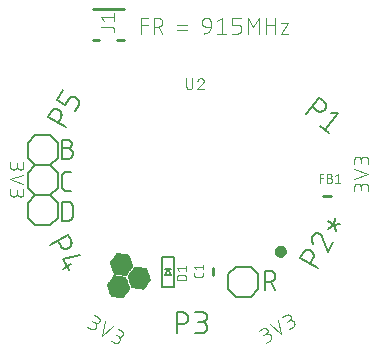
<source format=gbr>
G04 EAGLE Gerber RS-274X export*
G75*
%MOMM*%
%FSLAX34Y34*%
%LPD*%
%INSilkscreen Top*%
%IPPOS*%
%AMOC8*
5,1,8,0,0,1.08239X$1,22.5*%
G01*
%ADD10R,0.751331X0.014731*%
%ADD11R,0.883919X0.014731*%
%ADD12R,1.001775X0.014731*%
%ADD13R,1.119631X0.014731*%
%ADD14R,1.134363X0.014731*%
%ADD15R,1.149094X0.014731*%
%ADD16R,1.163825X0.014731*%
%ADD17R,1.178556X0.014731*%
%ADD18R,1.193288X0.014731*%
%ADD19R,1.222756X0.014731*%
%ADD20R,1.237488X0.014731*%
%ADD21R,1.266950X0.014731*%
%ADD22R,1.281681X0.014731*%
%ADD23R,1.311144X0.014731*%
%ADD24R,1.325881X0.014731*%
%ADD25R,1.355344X0.014731*%
%ADD26R,1.370075X0.014731*%
%ADD27R,1.384806X0.014731*%
%ADD28R,1.399538X0.014731*%
%ADD29R,1.414275X0.014731*%
%ADD30R,1.443738X0.014731*%
%ADD31R,1.458469X0.014731*%
%ADD32R,1.487931X0.014731*%
%ADD33R,1.502663X0.014731*%
%ADD34R,1.517394X0.014731*%
%ADD35R,1.532125X0.014731*%
%ADD36R,1.546856X0.014731*%
%ADD37R,1.576319X0.014731*%
%ADD38R,1.605788X0.014731*%
%ADD39R,1.620519X0.014731*%
%ADD40R,1.649981X0.014731*%
%ADD41R,1.664713X0.014731*%
%ADD42R,1.694175X0.014731*%
%ADD43R,1.708913X0.014731*%
%ADD44R,1.738375X0.014731*%
%ADD45R,1.753106X0.014731*%
%ADD46R,1.767838X0.014731*%
%ADD47R,1.782569X0.014731*%
%ADD48R,1.797306X0.014731*%
%ADD49R,0.117856X0.014731*%
%ADD50R,1.826769X0.014731*%
%ADD51R,0.235713X0.014731*%
%ADD52R,0.353569X0.014731*%
%ADD53R,1.856231X0.014731*%
%ADD54R,0.486156X0.014731*%
%ADD55R,1.870963X0.014731*%
%ADD56R,0.604013X0.014731*%
%ADD57R,0.721869X0.014731*%
%ADD58R,1.885694X0.014731*%
%ADD59R,0.839719X0.014731*%
%ADD60R,0.972306X0.014731*%
%ADD61R,1.090169X0.014731*%
%ADD62R,1.208025X0.014731*%
%ADD63R,1.252219X0.014731*%
%ADD64R,1.296412X0.014731*%
%ADD65R,1.340612X0.014731*%
%ADD66R,1.826763X0.014731*%
%ADD67R,1.414269X0.014731*%
%ADD68R,1.812031X0.014731*%
%ADD69R,1.429000X0.014731*%
%ADD70R,1.458462X0.014731*%
%ADD71R,1.473200X0.014731*%
%ADD72R,1.723644X0.014731*%
%ADD73R,1.694181X0.014731*%
%ADD74R,1.679450X0.014731*%
%ADD75R,1.561594X0.014731*%
%ADD76R,1.576325X0.014731*%
%ADD77R,1.591056X0.014731*%
%ADD78R,1.635250X0.014731*%
%ADD79R,1.561588X0.014731*%
%ADD80R,1.443731X0.014731*%
%ADD81R,1.797300X0.014731*%
%ADD82R,1.841500X0.014731*%
%ADD83R,1.311150X0.014731*%
%ADD84R,1.296419X0.014731*%
%ADD85R,1.193294X0.014731*%
%ADD86R,0.957575X0.014731*%
%ADD87R,0.589281X0.014731*%
%ADD88R,0.471425X0.014731*%
%ADD89R,0.220975X0.014731*%
%ADD90R,1.812038X0.014731*%
%ADD91R,0.103119X0.014731*%
%ADD92R,0.029463X0.014731*%
%ADD93R,0.162050X0.014731*%
%ADD94R,0.265175X0.014731*%
%ADD95R,0.397763X0.014731*%
%ADD96R,0.515619X0.014731*%
%ADD97R,0.648206X0.014731*%
%ADD98R,1.679444X0.014731*%
%ADD99R,1.016506X0.014731*%
%ADD100R,1.104900X0.014731*%
%ADD101R,1.222750X0.014731*%
%ADD102R,1.434338X0.014731*%
%ADD103R,1.208019X0.014731*%
%ADD104R,0.987044X0.014731*%
%ADD105R,0.854456X0.014731*%
%ADD106R,0.618744X0.014731*%
%ADD107R,0.500888X0.014731*%
%ADD108R,0.368300X0.014731*%
%ADD109R,0.132587X0.014731*%
%ADD110R,0.014731X0.014731*%
%ADD111R,1.664719X0.014731*%
%ADD112R,1.075438X0.014731*%
%ADD113R,0.942844X0.014731*%
%ADD114R,0.707131X0.014731*%
%ADD115R,0.456694X0.014731*%
%ADD116R,0.088388X0.014731*%
%ADD117C,0.152400*%
%ADD118C,0.101600*%
%ADD119C,0.127000*%
%ADD120C,0.076200*%
%ADD121C,0.254000*%
%ADD122C,0.508000*%


D10*
X-60253Y50171D03*
D11*
X-60768Y50319D03*
D12*
X-61210Y50466D03*
D13*
X-61652Y50613D03*
D14*
X-61726Y50761D03*
D15*
X-61652Y50908D03*
D16*
X-61579Y51055D03*
D17*
X-61652Y51203D03*
D18*
X-61579Y51350D03*
D19*
X-61579Y51497D03*
D20*
X-61505Y51645D03*
X-61505Y51792D03*
D21*
X-61505Y51939D03*
D22*
X-61431Y52087D03*
D23*
X-61431Y52234D03*
X-61431Y52381D03*
D24*
X-61358Y52528D03*
D25*
X-61358Y52676D03*
D26*
X-61284Y52823D03*
D27*
X-61358Y52970D03*
D28*
X-61284Y53118D03*
D29*
X-61210Y53265D03*
D30*
X-61210Y53412D03*
X-61210Y53560D03*
D31*
X-61137Y53707D03*
D32*
X-61137Y53854D03*
D33*
X-61063Y54002D03*
D34*
X-61137Y54149D03*
D35*
X-61063Y54296D03*
D36*
X-60989Y54444D03*
D37*
X-60989Y54591D03*
X-60989Y54738D03*
D38*
X-60989Y54886D03*
D39*
X-60916Y55033D03*
X-60916Y55180D03*
D40*
X-60916Y55328D03*
D41*
X-60842Y55475D03*
D42*
X-60842Y55622D03*
X-60842Y55770D03*
D43*
X-60768Y55917D03*
D44*
X-60768Y56064D03*
D45*
X-60695Y56211D03*
D46*
X-60768Y56359D03*
D47*
X-60695Y56506D03*
D48*
X-60621Y56653D03*
D49*
X-40143Y56653D03*
D50*
X-60621Y56801D03*
D51*
X-40733Y56801D03*
D50*
X-60621Y56948D03*
D52*
X-41175Y56948D03*
D53*
X-60621Y57095D03*
D54*
X-41690Y57095D03*
D55*
X-60547Y57243D03*
D56*
X-42132Y57243D03*
D55*
X-60547Y57390D03*
D57*
X-42722Y57390D03*
D58*
X-60621Y57537D03*
D59*
X-43164Y57537D03*
D58*
X-60621Y57685D03*
D60*
X-43679Y57685D03*
D55*
X-60695Y57832D03*
D61*
X-44121Y57832D03*
D58*
X-60768Y57979D03*
D13*
X-44268Y57979D03*
D58*
X-60768Y58127D03*
D15*
X-44268Y58127D03*
D58*
X-60916Y58274D03*
D16*
X-44195Y58274D03*
D58*
X-60916Y58421D03*
D17*
X-44121Y58421D03*
D55*
X-60989Y58569D03*
D18*
X-44195Y58569D03*
D58*
X-61063Y58716D03*
D62*
X-44121Y58716D03*
D58*
X-61063Y58863D03*
D20*
X-44121Y58863D03*
D58*
X-61210Y59011D03*
D63*
X-44047Y59011D03*
D58*
X-61210Y59158D03*
D63*
X-44047Y59158D03*
D55*
X-61284Y59305D03*
D22*
X-44047Y59305D03*
D58*
X-61358Y59453D03*
D64*
X-43974Y59453D03*
D58*
X-61358Y59600D03*
D24*
X-43974Y59600D03*
D58*
X-61505Y59747D03*
D24*
X-43974Y59747D03*
D58*
X-61505Y59894D03*
D65*
X-43900Y59894D03*
D55*
X-61579Y60042D03*
D26*
X-43900Y60042D03*
D53*
X-61505Y60189D03*
D27*
X-43826Y60189D03*
D53*
X-61505Y60336D03*
D28*
X-43900Y60336D03*
D66*
X-61505Y60484D03*
D67*
X-43826Y60484D03*
D68*
X-61431Y60631D03*
D69*
X-43753Y60631D03*
D47*
X-61431Y60778D03*
D70*
X-43753Y60778D03*
D47*
X-61431Y60926D03*
D70*
X-43753Y60926D03*
D46*
X-61358Y61073D03*
D71*
X-43679Y61073D03*
D44*
X-61358Y61220D03*
D33*
X-43679Y61220D03*
D72*
X-61284Y61368D03*
D33*
X-43679Y61368D03*
D43*
X-61358Y61515D03*
D35*
X-43679Y61515D03*
D73*
X-61284Y61662D03*
D36*
X-43605Y61662D03*
D74*
X-61210Y61810D03*
D75*
X-43532Y61810D03*
D40*
X-61210Y61957D03*
D76*
X-43605Y61957D03*
D40*
X-61210Y62104D03*
D77*
X-43532Y62104D03*
D78*
X-61137Y62252D03*
D39*
X-43532Y62252D03*
D38*
X-61137Y62399D03*
D78*
X-43458Y62399D03*
D38*
X-61137Y62546D03*
D78*
X-43458Y62546D03*
D76*
X-61137Y62694D03*
D41*
X-43458Y62694D03*
D79*
X-61063Y62841D03*
D74*
X-43384Y62841D03*
D36*
X-60989Y62988D03*
D43*
X-43384Y62988D03*
D35*
X-61063Y63136D03*
D43*
X-43384Y63136D03*
D34*
X-60989Y63283D03*
D72*
X-43311Y63283D03*
D32*
X-60989Y63430D03*
D45*
X-43311Y63430D03*
D71*
X-60916Y63577D03*
D46*
X-43237Y63577D03*
D71*
X-60916Y63725D03*
D47*
X-43311Y63725D03*
D80*
X-60916Y63872D03*
D81*
X-43237Y63872D03*
D69*
X-60842Y64019D03*
D68*
X-43164Y64019D03*
D28*
X-60842Y64167D03*
D82*
X-43164Y64167D03*
D28*
X-60842Y64314D03*
D82*
X-43164Y64314D03*
D27*
X-60768Y64461D03*
D55*
X-43164Y64461D03*
D25*
X-60768Y64609D03*
D58*
X-43090Y64609D03*
D65*
X-60695Y64756D03*
D55*
X-43164Y64756D03*
D24*
X-60768Y64903D03*
D58*
X-43237Y64903D03*
D83*
X-60695Y65051D03*
D58*
X-43237Y65051D03*
D84*
X-60621Y65198D03*
D55*
X-43311Y65198D03*
D21*
X-60621Y65345D03*
D58*
X-43384Y65345D03*
D21*
X-60621Y65493D03*
D58*
X-43384Y65493D03*
D63*
X-60547Y65640D03*
D58*
X-43532Y65640D03*
D19*
X-60547Y65787D03*
D58*
X-43532Y65787D03*
D62*
X-60474Y65935D03*
D55*
X-43605Y65935D03*
D85*
X-60547Y66082D03*
D58*
X-43679Y66082D03*
D17*
X-60474Y66229D03*
D58*
X-43679Y66229D03*
D16*
X-60400Y66377D03*
D58*
X-43826Y66377D03*
D15*
X-60474Y66524D03*
D58*
X-43826Y66524D03*
D14*
X-60400Y66671D03*
D55*
X-43900Y66671D03*
D61*
X-60474Y66819D03*
D58*
X-43974Y66819D03*
D86*
X-60989Y66966D03*
D58*
X-43974Y66966D03*
D59*
X-61579Y67113D03*
D58*
X-44121Y67113D03*
D57*
X-62020Y67260D03*
D58*
X-44121Y67260D03*
D87*
X-62536Y67408D03*
D53*
X-44121Y67408D03*
D88*
X-62978Y67555D03*
D82*
X-44047Y67555D03*
D52*
X-63567Y67702D03*
D82*
X-44047Y67702D03*
D89*
X-64083Y67850D03*
D90*
X-44047Y67850D03*
D91*
X-64525Y67997D03*
D48*
X-43974Y67997D03*
D92*
X-54728Y68144D03*
D47*
X-44047Y68144D03*
D93*
X-55244Y68292D03*
D46*
X-43974Y68292D03*
D94*
X-55759Y68439D03*
D45*
X-43900Y68439D03*
D95*
X-56275Y68586D03*
D72*
X-43900Y68586D03*
D96*
X-56717Y68734D03*
D72*
X-43900Y68734D03*
D97*
X-57233Y68881D03*
D73*
X-43900Y68881D03*
D10*
X-57748Y69028D03*
D98*
X-43826Y69028D03*
D11*
X-58264Y69176D03*
D41*
X-43753Y69176D03*
D99*
X-58779Y69323D03*
D40*
X-43826Y69323D03*
D100*
X-59221Y69470D03*
D78*
X-43753Y69470D03*
D14*
X-59221Y69618D03*
D39*
X-43679Y69618D03*
D15*
X-59148Y69765D03*
D77*
X-43679Y69765D03*
D16*
X-59074Y69912D03*
D77*
X-43679Y69912D03*
D17*
X-59148Y70060D03*
D79*
X-43679Y70060D03*
D18*
X-59074Y70207D03*
D36*
X-43605Y70207D03*
D101*
X-59074Y70354D03*
D35*
X-43532Y70354D03*
D20*
X-59000Y70502D03*
D34*
X-43605Y70502D03*
D20*
X-59000Y70649D03*
D33*
X-43532Y70649D03*
D21*
X-59000Y70796D03*
D71*
X-43532Y70796D03*
D22*
X-58927Y70943D03*
D31*
X-43458Y70943D03*
D23*
X-58927Y71091D03*
D31*
X-43458Y71091D03*
D23*
X-58927Y71238D03*
D102*
X-43495Y71238D03*
D24*
X-58853Y71385D03*
D67*
X-43384Y71385D03*
D25*
X-58853Y71533D03*
D27*
X-43384Y71533D03*
D26*
X-58779Y71680D03*
D27*
X-43384Y71680D03*
X-58853Y71827D03*
D26*
X-43311Y71827D03*
D28*
X-58779Y71975D03*
D65*
X-43311Y71975D03*
D67*
X-58706Y72122D03*
D65*
X-43311Y72122D03*
D30*
X-58706Y72269D03*
D83*
X-43311Y72269D03*
D30*
X-58706Y72417D03*
D64*
X-43237Y72417D03*
D71*
X-58706Y72564D03*
D22*
X-43164Y72564D03*
D32*
X-58632Y72711D03*
D21*
X-43237Y72711D03*
D33*
X-58558Y72859D03*
D63*
X-43164Y72859D03*
D34*
X-58632Y73006D03*
D19*
X-43164Y73006D03*
D35*
X-58558Y73153D03*
D103*
X-43090Y73153D03*
D79*
X-58558Y73301D03*
D103*
X-43090Y73301D03*
D37*
X-58485Y73448D03*
D17*
X-43090Y73448D03*
D37*
X-58485Y73595D03*
D16*
X-43016Y73595D03*
D38*
X-58485Y73743D03*
D15*
X-42943Y73743D03*
D39*
X-58411Y73890D03*
D14*
X-43016Y73890D03*
D39*
X-58411Y74037D03*
D100*
X-43016Y74037D03*
D40*
X-58411Y74185D03*
D104*
X-43458Y74185D03*
D41*
X-58337Y74332D03*
D105*
X-43974Y74332D03*
D42*
X-58337Y74479D03*
D10*
X-44489Y74479D03*
D42*
X-58337Y74626D03*
D106*
X-45005Y74626D03*
D43*
X-58264Y74774D03*
D107*
X-45447Y74774D03*
D44*
X-58264Y74921D03*
D108*
X-45963Y74921D03*
D45*
X-58190Y75068D03*
D94*
X-46478Y75068D03*
D46*
X-58264Y75216D03*
D109*
X-46994Y75216D03*
D47*
X-58190Y75363D03*
D110*
X-47436Y75363D03*
D48*
X-58116Y75510D03*
D50*
X-58116Y75658D03*
X-58116Y75805D03*
D53*
X-58116Y75952D03*
D55*
X-58043Y76100D03*
X-58043Y76247D03*
D58*
X-58116Y76394D03*
X-58116Y76542D03*
X-58264Y76689D03*
X-58264Y76836D03*
D55*
X-58337Y76984D03*
D58*
X-58411Y77131D03*
X-58411Y77278D03*
X-58558Y77426D03*
X-58558Y77573D03*
D55*
X-58632Y77720D03*
D58*
X-58706Y77868D03*
X-58706Y78015D03*
D55*
X-58779Y78162D03*
D58*
X-58853Y78309D03*
X-58853Y78457D03*
X-59000Y78604D03*
X-59000Y78751D03*
D55*
X-59074Y78899D03*
D53*
X-59000Y79046D03*
X-59000Y79193D03*
D66*
X-59000Y79341D03*
D68*
X-58927Y79488D03*
D47*
X-58927Y79635D03*
X-58927Y79783D03*
D46*
X-58853Y79930D03*
D44*
X-58853Y80077D03*
D72*
X-58779Y80225D03*
D43*
X-58853Y80372D03*
D73*
X-58779Y80519D03*
D74*
X-58706Y80667D03*
D111*
X-58779Y80814D03*
D40*
X-58706Y80961D03*
D39*
X-58706Y81109D03*
D38*
X-58632Y81256D03*
X-58632Y81403D03*
D76*
X-58632Y81551D03*
D79*
X-58558Y81698D03*
D35*
X-58558Y81845D03*
X-58558Y81992D03*
D34*
X-58485Y82140D03*
D32*
X-58485Y82287D03*
D71*
X-58411Y82434D03*
X-58411Y82582D03*
D80*
X-58411Y82729D03*
D69*
X-58337Y82876D03*
D28*
X-58337Y83024D03*
X-58337Y83171D03*
D27*
X-58264Y83318D03*
D25*
X-58264Y83466D03*
D65*
X-58190Y83613D03*
D24*
X-58264Y83760D03*
D83*
X-58190Y83908D03*
D84*
X-58116Y84055D03*
D21*
X-58116Y84202D03*
X-58116Y84350D03*
D20*
X-58116Y84497D03*
D19*
X-58043Y84644D03*
D62*
X-57969Y84792D03*
D85*
X-58043Y84939D03*
D17*
X-57969Y85086D03*
D15*
X-57969Y85234D03*
X-57969Y85381D03*
D14*
X-57896Y85528D03*
D112*
X-58043Y85675D03*
D113*
X-58558Y85823D03*
D59*
X-59074Y85970D03*
D114*
X-59590Y86117D03*
D87*
X-60032Y86265D03*
D115*
X-60547Y86412D03*
D52*
X-61063Y86559D03*
D89*
X-61579Y86707D03*
D116*
X-62094Y86854D03*
D49*
X-57593Y49326D03*
D51*
X-58183Y49473D03*
D52*
X-58624Y49620D03*
D54*
X-59140Y49767D03*
D56*
X-59582Y49915D03*
D57*
X-60171Y50062D03*
D59*
X-60613Y50209D03*
D60*
X-61129Y50357D03*
D61*
X-61571Y50504D03*
D13*
X-61718Y50651D03*
D117*
X97564Y205724D02*
X108993Y219344D01*
X112776Y216170D01*
X112776Y216169D02*
X112882Y216078D01*
X112985Y215984D01*
X113085Y215887D01*
X113183Y215787D01*
X113278Y215684D01*
X113369Y215579D01*
X113458Y215471D01*
X113544Y215360D01*
X113627Y215247D01*
X113706Y215132D01*
X113782Y215015D01*
X113855Y214896D01*
X113924Y214774D01*
X113990Y214651D01*
X114052Y214526D01*
X114111Y214399D01*
X114166Y214271D01*
X114218Y214141D01*
X114266Y214009D01*
X114310Y213877D01*
X114350Y213743D01*
X114386Y213608D01*
X114419Y213472D01*
X114448Y213335D01*
X114473Y213198D01*
X114494Y213060D01*
X114511Y212921D01*
X114524Y212782D01*
X114533Y212642D01*
X114539Y212502D01*
X114540Y212363D01*
X114537Y212223D01*
X114531Y212083D01*
X114520Y211944D01*
X114506Y211805D01*
X114487Y211666D01*
X114465Y211528D01*
X114439Y211391D01*
X114409Y211255D01*
X114375Y211119D01*
X114337Y210984D01*
X114295Y210851D01*
X114250Y210719D01*
X114201Y210588D01*
X114148Y210458D01*
X114092Y210330D01*
X114032Y210204D01*
X113968Y210080D01*
X113901Y209957D01*
X113831Y209836D01*
X113757Y209718D01*
X113680Y209601D01*
X113599Y209487D01*
X113516Y209375D01*
X113429Y209265D01*
X113339Y209158D01*
X113246Y209054D01*
X113151Y208952D01*
X113052Y208853D01*
X112951Y208756D01*
X112847Y208663D01*
X112740Y208573D01*
X112631Y208485D01*
X112519Y208401D01*
X112405Y208320D01*
X112289Y208243D01*
X112171Y208168D01*
X112050Y208097D01*
X111928Y208030D01*
X111804Y207965D01*
X111678Y207905D01*
X111550Y207848D01*
X111421Y207795D01*
X111290Y207745D01*
X111158Y207699D01*
X111025Y207657D01*
X110891Y207618D01*
X110755Y207584D01*
X110619Y207553D01*
X110482Y207526D01*
X110344Y207503D01*
X110205Y207484D01*
X110066Y207469D01*
X109927Y207458D01*
X109787Y207451D01*
X109648Y207447D01*
X109508Y207448D01*
X109368Y207452D01*
X109229Y207461D01*
X109089Y207474D01*
X108951Y207490D01*
X108812Y207510D01*
X108675Y207535D01*
X108538Y207563D01*
X108402Y207595D01*
X108267Y207631D01*
X108132Y207670D01*
X108000Y207714D01*
X107868Y207761D01*
X107738Y207812D01*
X107609Y207866D01*
X107482Y207925D01*
X107357Y207986D01*
X107233Y208052D01*
X107111Y208120D01*
X106992Y208193D01*
X106874Y208268D01*
X106759Y208347D01*
X106645Y208429D01*
X106535Y208514D01*
X106426Y208603D01*
X106427Y208603D02*
X102643Y211778D01*
X118706Y206036D02*
X125029Y205888D01*
X113600Y192268D01*
X109817Y195443D02*
X117383Y189093D01*
X92486Y83750D02*
X107884Y74860D01*
X92486Y83750D02*
X94955Y88027D01*
X95026Y88147D01*
X95101Y88265D01*
X95180Y88380D01*
X95261Y88494D01*
X95346Y88605D01*
X95434Y88714D01*
X95524Y88820D01*
X95618Y88924D01*
X95715Y89025D01*
X95815Y89123D01*
X95917Y89218D01*
X96022Y89310D01*
X96129Y89400D01*
X96239Y89486D01*
X96352Y89569D01*
X96466Y89649D01*
X96583Y89726D01*
X96702Y89799D01*
X96823Y89869D01*
X96946Y89935D01*
X97071Y89998D01*
X97198Y90058D01*
X97326Y90113D01*
X97456Y90165D01*
X97587Y90214D01*
X97719Y90259D01*
X97853Y90300D01*
X97987Y90337D01*
X98123Y90370D01*
X98260Y90399D01*
X98397Y90425D01*
X98535Y90447D01*
X98674Y90464D01*
X98813Y90478D01*
X98953Y90488D01*
X99092Y90494D01*
X99232Y90496D01*
X99372Y90494D01*
X99511Y90488D01*
X99651Y90478D01*
X99790Y90464D01*
X99929Y90447D01*
X100067Y90425D01*
X100204Y90399D01*
X100341Y90370D01*
X100477Y90337D01*
X100611Y90299D01*
X100745Y90259D01*
X100877Y90214D01*
X101009Y90165D01*
X101138Y90113D01*
X101266Y90058D01*
X101393Y89998D01*
X101518Y89935D01*
X101641Y89869D01*
X101762Y89799D01*
X101881Y89726D01*
X101998Y89649D01*
X102112Y89569D01*
X102225Y89486D01*
X102335Y89400D01*
X102442Y89310D01*
X102547Y89218D01*
X102649Y89123D01*
X102749Y89025D01*
X102846Y88924D01*
X102940Y88820D01*
X103030Y88714D01*
X103118Y88605D01*
X103203Y88494D01*
X103284Y88380D01*
X103363Y88265D01*
X103438Y88147D01*
X103509Y88026D01*
X103577Y87904D01*
X103642Y87781D01*
X103703Y87655D01*
X103761Y87527D01*
X103815Y87399D01*
X103865Y87268D01*
X103912Y87136D01*
X103955Y87003D01*
X103994Y86869D01*
X104029Y86734D01*
X104060Y86598D01*
X104088Y86460D01*
X104111Y86323D01*
X104131Y86184D01*
X104147Y86045D01*
X104159Y85906D01*
X104167Y85767D01*
X104171Y85627D01*
X104171Y85487D01*
X104167Y85347D01*
X104159Y85208D01*
X104147Y85069D01*
X104131Y84930D01*
X104111Y84791D01*
X104088Y84653D01*
X104060Y84516D01*
X104029Y84380D01*
X103994Y84245D01*
X103955Y84111D01*
X103912Y83978D01*
X103865Y83846D01*
X103815Y83715D01*
X103761Y83586D01*
X103703Y83459D01*
X103642Y83333D01*
X103577Y83210D01*
X103509Y83087D01*
X103510Y83088D02*
X101040Y78811D01*
X103200Y102307D02*
X103267Y102420D01*
X103338Y102531D01*
X103412Y102640D01*
X103489Y102746D01*
X103570Y102851D01*
X103653Y102952D01*
X103740Y103052D01*
X103829Y103149D01*
X103921Y103243D01*
X104016Y103334D01*
X104114Y103422D01*
X104214Y103508D01*
X104317Y103590D01*
X104422Y103670D01*
X104530Y103746D01*
X104639Y103819D01*
X104751Y103889D01*
X104865Y103955D01*
X104980Y104018D01*
X105098Y104078D01*
X105217Y104134D01*
X105338Y104186D01*
X105460Y104235D01*
X105584Y104281D01*
X105709Y104322D01*
X105835Y104360D01*
X105962Y104394D01*
X106090Y104424D01*
X106220Y104451D01*
X106349Y104474D01*
X106480Y104492D01*
X106611Y104507D01*
X106742Y104518D01*
X106873Y104526D01*
X107005Y104529D01*
X107137Y104528D01*
X107268Y104524D01*
X107400Y104515D01*
X107531Y104503D01*
X107662Y104487D01*
X107792Y104466D01*
X107922Y104443D01*
X108050Y104415D01*
X108178Y104383D01*
X108305Y104348D01*
X108431Y104309D01*
X108556Y104266D01*
X108679Y104219D01*
X108801Y104169D01*
X108921Y104116D01*
X109040Y104058D01*
X109156Y103998D01*
X109271Y103933D01*
X103199Y102307D02*
X103126Y102176D01*
X103056Y102044D01*
X102990Y101909D01*
X102928Y101773D01*
X102869Y101636D01*
X102813Y101497D01*
X102761Y101357D01*
X102713Y101215D01*
X102669Y101072D01*
X102628Y100928D01*
X102592Y100783D01*
X102559Y100637D01*
X102529Y100490D01*
X102504Y100343D01*
X102483Y100195D01*
X102465Y100046D01*
X102451Y99897D01*
X102442Y99748D01*
X102436Y99598D01*
X102434Y99449D01*
X102436Y99299D01*
X102442Y99150D01*
X102452Y99000D01*
X102466Y98851D01*
X102483Y98703D01*
X102505Y98555D01*
X102530Y98407D01*
X102559Y98261D01*
X102593Y98115D01*
X102629Y97970D01*
X102670Y97826D01*
X102715Y97683D01*
X102763Y97541D01*
X102815Y97401D01*
X102870Y97262D01*
X102929Y97124D01*
X102992Y96989D01*
X103058Y96854D01*
X103128Y96722D01*
X103201Y96592D01*
X103278Y96463D01*
X103358Y96337D01*
X103441Y96212D01*
X103528Y96090D01*
X103617Y95970D01*
X103710Y95853D01*
X103806Y95738D01*
X103905Y95626D01*
X111524Y100922D02*
X111491Y101051D01*
X111454Y101179D01*
X111414Y101306D01*
X111370Y101432D01*
X111323Y101557D01*
X111272Y101680D01*
X111218Y101802D01*
X111160Y101922D01*
X111099Y102040D01*
X111035Y102157D01*
X110967Y102272D01*
X110897Y102385D01*
X110823Y102496D01*
X110746Y102605D01*
X110666Y102712D01*
X110583Y102816D01*
X110498Y102919D01*
X110409Y103018D01*
X110318Y103115D01*
X110224Y103210D01*
X110128Y103302D01*
X110029Y103391D01*
X109927Y103477D01*
X109823Y103561D01*
X109717Y103642D01*
X109609Y103719D01*
X109498Y103794D01*
X109386Y103865D01*
X109271Y103933D01*
X111525Y100922D02*
X115881Y88712D01*
X120820Y97266D01*
X121017Y111436D02*
X115884Y114399D01*
X121017Y111436D02*
X126595Y112207D01*
X121017Y111436D02*
X123138Y106219D01*
X121017Y111436D02*
X122022Y117129D01*
X121017Y111436D02*
X116590Y107719D01*
X-105635Y194135D02*
X-121033Y203025D01*
X-118563Y207302D01*
X-118563Y207303D02*
X-118492Y207423D01*
X-118417Y207541D01*
X-118338Y207656D01*
X-118257Y207770D01*
X-118172Y207881D01*
X-118084Y207990D01*
X-117994Y208096D01*
X-117900Y208200D01*
X-117803Y208301D01*
X-117703Y208399D01*
X-117601Y208494D01*
X-117496Y208586D01*
X-117389Y208676D01*
X-117279Y208762D01*
X-117166Y208845D01*
X-117052Y208925D01*
X-116935Y209002D01*
X-116816Y209075D01*
X-116695Y209145D01*
X-116572Y209211D01*
X-116447Y209274D01*
X-116320Y209334D01*
X-116192Y209389D01*
X-116062Y209441D01*
X-115931Y209490D01*
X-115799Y209535D01*
X-115665Y209576D01*
X-115531Y209613D01*
X-115395Y209646D01*
X-115258Y209675D01*
X-115121Y209701D01*
X-114983Y209723D01*
X-114844Y209740D01*
X-114705Y209754D01*
X-114565Y209764D01*
X-114426Y209770D01*
X-114286Y209772D01*
X-114146Y209770D01*
X-114007Y209764D01*
X-113867Y209754D01*
X-113728Y209740D01*
X-113589Y209723D01*
X-113451Y209701D01*
X-113314Y209675D01*
X-113177Y209646D01*
X-113041Y209613D01*
X-112907Y209575D01*
X-112773Y209535D01*
X-112641Y209490D01*
X-112509Y209441D01*
X-112380Y209389D01*
X-112252Y209334D01*
X-112125Y209274D01*
X-112000Y209211D01*
X-111877Y209145D01*
X-111756Y209075D01*
X-111637Y209002D01*
X-111520Y208925D01*
X-111406Y208845D01*
X-111293Y208762D01*
X-111183Y208676D01*
X-111076Y208586D01*
X-110971Y208494D01*
X-110869Y208399D01*
X-110769Y208301D01*
X-110672Y208200D01*
X-110578Y208096D01*
X-110488Y207990D01*
X-110400Y207881D01*
X-110315Y207770D01*
X-110234Y207656D01*
X-110155Y207541D01*
X-110080Y207423D01*
X-110009Y207302D01*
X-109941Y207180D01*
X-109876Y207057D01*
X-109815Y206931D01*
X-109757Y206803D01*
X-109703Y206675D01*
X-109653Y206544D01*
X-109606Y206412D01*
X-109563Y206279D01*
X-109524Y206145D01*
X-109489Y206010D01*
X-109458Y205874D01*
X-109430Y205736D01*
X-109407Y205599D01*
X-109387Y205460D01*
X-109371Y205321D01*
X-109359Y205182D01*
X-109351Y205043D01*
X-109347Y204903D01*
X-109347Y204763D01*
X-109351Y204623D01*
X-109359Y204484D01*
X-109371Y204345D01*
X-109387Y204206D01*
X-109407Y204067D01*
X-109430Y203929D01*
X-109458Y203792D01*
X-109489Y203656D01*
X-109524Y203521D01*
X-109563Y203387D01*
X-109606Y203254D01*
X-109653Y203122D01*
X-109703Y202991D01*
X-109757Y202863D01*
X-109815Y202735D01*
X-109876Y202609D01*
X-109941Y202486D01*
X-110009Y202363D01*
X-112478Y198086D01*
X-97637Y207987D02*
X-94674Y213120D01*
X-94674Y213119D02*
X-94614Y213228D01*
X-94557Y213338D01*
X-94504Y213450D01*
X-94454Y213564D01*
X-94407Y213679D01*
X-94365Y213796D01*
X-94326Y213913D01*
X-94291Y214032D01*
X-94259Y214153D01*
X-94231Y214274D01*
X-94207Y214395D01*
X-94187Y214518D01*
X-94171Y214641D01*
X-94159Y214764D01*
X-94150Y214888D01*
X-94146Y215012D01*
X-94145Y215136D01*
X-94148Y215260D01*
X-94156Y215384D01*
X-94167Y215508D01*
X-94182Y215631D01*
X-94200Y215754D01*
X-94223Y215876D01*
X-94249Y215997D01*
X-94280Y216118D01*
X-94314Y216237D01*
X-94351Y216355D01*
X-94393Y216472D01*
X-94438Y216588D01*
X-94487Y216702D01*
X-94539Y216815D01*
X-94595Y216925D01*
X-94654Y217035D01*
X-94716Y217142D01*
X-94782Y217247D01*
X-94852Y217350D01*
X-94924Y217451D01*
X-95000Y217549D01*
X-95078Y217645D01*
X-95160Y217739D01*
X-95244Y217830D01*
X-95332Y217918D01*
X-95422Y218003D01*
X-95514Y218086D01*
X-95610Y218166D01*
X-95707Y218242D01*
X-95807Y218316D01*
X-95910Y218386D01*
X-96014Y218453D01*
X-96121Y218517D01*
X-96120Y218517D02*
X-97831Y219505D01*
X-97832Y219505D02*
X-97940Y219565D01*
X-98050Y219622D01*
X-98162Y219675D01*
X-98276Y219725D01*
X-98391Y219772D01*
X-98508Y219814D01*
X-98626Y219853D01*
X-98745Y219888D01*
X-98865Y219920D01*
X-98986Y219948D01*
X-99107Y219972D01*
X-99230Y219992D01*
X-99353Y220008D01*
X-99476Y220020D01*
X-99600Y220029D01*
X-99724Y220033D01*
X-99848Y220034D01*
X-99972Y220031D01*
X-100096Y220023D01*
X-100220Y220012D01*
X-100343Y219997D01*
X-100466Y219979D01*
X-100588Y219956D01*
X-100709Y219930D01*
X-100830Y219899D01*
X-100949Y219865D01*
X-101067Y219828D01*
X-101184Y219786D01*
X-101300Y219741D01*
X-101414Y219692D01*
X-101527Y219640D01*
X-101637Y219584D01*
X-101747Y219525D01*
X-101854Y219463D01*
X-101959Y219397D01*
X-102062Y219327D01*
X-102163Y219255D01*
X-102261Y219179D01*
X-102357Y219101D01*
X-102451Y219019D01*
X-102542Y218935D01*
X-102630Y218847D01*
X-102715Y218757D01*
X-102798Y218665D01*
X-102877Y218569D01*
X-102954Y218472D01*
X-103028Y218372D01*
X-103098Y218269D01*
X-103165Y218165D01*
X-103229Y218059D01*
X-103228Y218058D02*
X-106192Y212926D01*
X-113035Y216877D01*
X-108096Y225431D01*
X-103998Y103067D02*
X-119396Y94177D01*
X-103998Y103067D02*
X-101529Y98790D01*
X-101529Y98791D02*
X-101461Y98668D01*
X-101396Y98545D01*
X-101335Y98419D01*
X-101277Y98291D01*
X-101223Y98163D01*
X-101173Y98032D01*
X-101126Y97900D01*
X-101083Y97767D01*
X-101044Y97633D01*
X-101009Y97498D01*
X-100978Y97362D01*
X-100950Y97224D01*
X-100927Y97087D01*
X-100907Y96948D01*
X-100891Y96809D01*
X-100879Y96670D01*
X-100871Y96531D01*
X-100867Y96391D01*
X-100867Y96251D01*
X-100871Y96111D01*
X-100879Y95972D01*
X-100891Y95833D01*
X-100907Y95694D01*
X-100927Y95555D01*
X-100950Y95418D01*
X-100978Y95280D01*
X-101009Y95144D01*
X-101044Y95009D01*
X-101083Y94875D01*
X-101126Y94742D01*
X-101173Y94610D01*
X-101223Y94479D01*
X-101277Y94351D01*
X-101335Y94223D01*
X-101396Y94097D01*
X-101461Y93974D01*
X-101529Y93851D01*
X-101600Y93731D01*
X-101675Y93613D01*
X-101754Y93498D01*
X-101835Y93384D01*
X-101920Y93273D01*
X-102008Y93164D01*
X-102098Y93058D01*
X-102192Y92954D01*
X-102289Y92853D01*
X-102389Y92755D01*
X-102491Y92660D01*
X-102596Y92568D01*
X-102703Y92478D01*
X-102813Y92392D01*
X-102926Y92309D01*
X-103040Y92229D01*
X-103157Y92152D01*
X-103276Y92079D01*
X-103397Y92009D01*
X-103520Y91943D01*
X-103645Y91880D01*
X-103772Y91820D01*
X-103900Y91765D01*
X-104030Y91713D01*
X-104161Y91664D01*
X-104293Y91619D01*
X-104427Y91578D01*
X-104561Y91541D01*
X-104697Y91508D01*
X-104834Y91479D01*
X-104971Y91453D01*
X-105109Y91431D01*
X-105248Y91414D01*
X-105387Y91400D01*
X-105527Y91390D01*
X-105666Y91384D01*
X-105806Y91382D01*
X-105946Y91384D01*
X-106085Y91390D01*
X-106225Y91400D01*
X-106364Y91414D01*
X-106503Y91431D01*
X-106641Y91453D01*
X-106778Y91479D01*
X-106915Y91508D01*
X-107051Y91541D01*
X-107185Y91579D01*
X-107319Y91619D01*
X-107451Y91664D01*
X-107583Y91713D01*
X-107712Y91765D01*
X-107840Y91820D01*
X-107967Y91880D01*
X-108092Y91943D01*
X-108215Y92009D01*
X-108336Y92079D01*
X-108455Y92152D01*
X-108572Y92229D01*
X-108686Y92309D01*
X-108799Y92392D01*
X-108909Y92478D01*
X-109016Y92568D01*
X-109121Y92660D01*
X-109223Y92755D01*
X-109323Y92853D01*
X-109420Y92954D01*
X-109514Y93058D01*
X-109604Y93164D01*
X-109692Y93273D01*
X-109777Y93384D01*
X-109858Y93498D01*
X-109937Y93613D01*
X-110012Y93731D01*
X-110083Y93852D01*
X-110083Y93851D02*
X-112553Y98128D01*
X-107977Y82301D02*
X-94025Y85793D01*
X-107977Y82301D02*
X-103038Y73746D01*
X-101098Y78288D02*
X-107942Y74337D01*
D118*
X63686Y11806D02*
X66497Y13429D01*
X66594Y13487D01*
X66689Y13549D01*
X66782Y13614D01*
X66872Y13682D01*
X66960Y13753D01*
X67046Y13828D01*
X67129Y13905D01*
X67209Y13985D01*
X67286Y14068D01*
X67361Y14154D01*
X67432Y14242D01*
X67500Y14332D01*
X67565Y14425D01*
X67627Y14520D01*
X67685Y14617D01*
X67740Y14716D01*
X67791Y14817D01*
X67839Y14920D01*
X67884Y15024D01*
X67924Y15130D01*
X67961Y15237D01*
X67994Y15345D01*
X68024Y15455D01*
X68049Y15565D01*
X68071Y15676D01*
X68088Y15788D01*
X68102Y15901D01*
X68112Y16014D01*
X68118Y16127D01*
X68120Y16240D01*
X68118Y16353D01*
X68112Y16466D01*
X68102Y16579D01*
X68088Y16692D01*
X68071Y16804D01*
X68049Y16915D01*
X68024Y17025D01*
X67994Y17135D01*
X67961Y17243D01*
X67924Y17350D01*
X67884Y17456D01*
X67839Y17560D01*
X67791Y17663D01*
X67740Y17764D01*
X67685Y17863D01*
X67627Y17960D01*
X67565Y18055D01*
X67500Y18148D01*
X67432Y18238D01*
X67361Y18326D01*
X67286Y18412D01*
X67209Y18495D01*
X67129Y18575D01*
X67046Y18652D01*
X66960Y18727D01*
X66872Y18798D01*
X66782Y18866D01*
X66689Y18931D01*
X66594Y18993D01*
X66497Y19051D01*
X66398Y19106D01*
X66297Y19157D01*
X66194Y19205D01*
X66090Y19250D01*
X65984Y19290D01*
X65877Y19327D01*
X65769Y19360D01*
X65659Y19390D01*
X65549Y19415D01*
X65438Y19437D01*
X65326Y19454D01*
X65213Y19468D01*
X65100Y19478D01*
X64987Y19484D01*
X64874Y19486D01*
X64761Y19484D01*
X64648Y19478D01*
X64535Y19468D01*
X64422Y19454D01*
X64310Y19437D01*
X64199Y19415D01*
X64089Y19390D01*
X63979Y19360D01*
X63871Y19327D01*
X63764Y19290D01*
X63658Y19250D01*
X63554Y19205D01*
X63451Y19157D01*
X63350Y19106D01*
X63251Y19051D01*
X61217Y23872D02*
X57844Y21925D01*
X61217Y23872D02*
X61305Y23921D01*
X61395Y23966D01*
X61487Y24008D01*
X61580Y24046D01*
X61675Y24080D01*
X61770Y24111D01*
X61867Y24138D01*
X61965Y24161D01*
X62064Y24181D01*
X62164Y24196D01*
X62264Y24208D01*
X62364Y24216D01*
X62465Y24220D01*
X62565Y24220D01*
X62666Y24216D01*
X62766Y24208D01*
X62866Y24196D01*
X62966Y24181D01*
X63065Y24161D01*
X63163Y24138D01*
X63260Y24111D01*
X63355Y24080D01*
X63450Y24046D01*
X63543Y24008D01*
X63635Y23966D01*
X63725Y23921D01*
X63813Y23872D01*
X63899Y23820D01*
X63983Y23765D01*
X64065Y23706D01*
X64145Y23645D01*
X64222Y23580D01*
X64296Y23512D01*
X64368Y23442D01*
X64437Y23369D01*
X64504Y23293D01*
X64567Y23214D01*
X64627Y23134D01*
X64684Y23051D01*
X64738Y22965D01*
X64788Y22878D01*
X64835Y22789D01*
X64878Y22698D01*
X64918Y22606D01*
X64954Y22512D01*
X64987Y22417D01*
X65016Y22320D01*
X65041Y22223D01*
X65062Y22124D01*
X65080Y22025D01*
X65093Y21925D01*
X65103Y21825D01*
X65109Y21725D01*
X65111Y21624D01*
X65109Y21523D01*
X65103Y21423D01*
X65093Y21323D01*
X65080Y21223D01*
X65062Y21124D01*
X65041Y21025D01*
X65016Y20928D01*
X64987Y20831D01*
X64954Y20736D01*
X64918Y20642D01*
X64878Y20550D01*
X64835Y20459D01*
X64788Y20370D01*
X64738Y20283D01*
X64684Y20197D01*
X64627Y20114D01*
X64567Y20034D01*
X64504Y19955D01*
X64437Y19879D01*
X64368Y19806D01*
X64296Y19736D01*
X64222Y19668D01*
X64145Y19603D01*
X64065Y19542D01*
X63983Y19483D01*
X63899Y19428D01*
X63813Y19376D01*
X63813Y19375D02*
X61565Y18077D01*
X67180Y27315D02*
X76395Y19144D01*
X73926Y31210D01*
X83483Y23236D02*
X86294Y24859D01*
X86391Y24917D01*
X86486Y24979D01*
X86579Y25044D01*
X86669Y25112D01*
X86757Y25183D01*
X86843Y25258D01*
X86926Y25335D01*
X87006Y25415D01*
X87083Y25498D01*
X87158Y25584D01*
X87229Y25672D01*
X87297Y25762D01*
X87362Y25855D01*
X87424Y25950D01*
X87482Y26047D01*
X87537Y26146D01*
X87588Y26247D01*
X87636Y26350D01*
X87681Y26454D01*
X87721Y26560D01*
X87758Y26667D01*
X87791Y26775D01*
X87821Y26885D01*
X87846Y26995D01*
X87868Y27106D01*
X87885Y27218D01*
X87899Y27331D01*
X87909Y27444D01*
X87915Y27557D01*
X87917Y27670D01*
X87915Y27783D01*
X87909Y27896D01*
X87899Y28009D01*
X87885Y28122D01*
X87868Y28234D01*
X87846Y28345D01*
X87821Y28455D01*
X87791Y28565D01*
X87758Y28673D01*
X87721Y28780D01*
X87681Y28886D01*
X87636Y28990D01*
X87588Y29093D01*
X87537Y29194D01*
X87482Y29293D01*
X87424Y29390D01*
X87362Y29485D01*
X87297Y29578D01*
X87229Y29668D01*
X87158Y29756D01*
X87083Y29842D01*
X87006Y29925D01*
X86926Y30005D01*
X86843Y30082D01*
X86757Y30157D01*
X86669Y30228D01*
X86579Y30296D01*
X86486Y30361D01*
X86391Y30423D01*
X86294Y30481D01*
X86195Y30536D01*
X86094Y30587D01*
X85991Y30635D01*
X85887Y30680D01*
X85781Y30720D01*
X85674Y30757D01*
X85566Y30790D01*
X85456Y30820D01*
X85346Y30845D01*
X85235Y30867D01*
X85123Y30884D01*
X85010Y30898D01*
X84897Y30908D01*
X84784Y30914D01*
X84671Y30916D01*
X84558Y30914D01*
X84445Y30908D01*
X84332Y30898D01*
X84219Y30884D01*
X84107Y30867D01*
X83996Y30845D01*
X83886Y30820D01*
X83776Y30790D01*
X83668Y30757D01*
X83561Y30720D01*
X83455Y30680D01*
X83351Y30635D01*
X83248Y30587D01*
X83147Y30536D01*
X83048Y30481D01*
X81014Y35302D02*
X77641Y33355D01*
X81014Y35302D02*
X81102Y35351D01*
X81192Y35396D01*
X81284Y35438D01*
X81377Y35476D01*
X81472Y35510D01*
X81567Y35541D01*
X81664Y35568D01*
X81762Y35591D01*
X81861Y35611D01*
X81961Y35626D01*
X82061Y35638D01*
X82161Y35646D01*
X82262Y35650D01*
X82362Y35650D01*
X82463Y35646D01*
X82563Y35638D01*
X82663Y35626D01*
X82763Y35611D01*
X82862Y35591D01*
X82960Y35568D01*
X83057Y35541D01*
X83152Y35510D01*
X83247Y35476D01*
X83340Y35438D01*
X83432Y35396D01*
X83522Y35351D01*
X83610Y35302D01*
X83696Y35250D01*
X83780Y35195D01*
X83862Y35136D01*
X83942Y35075D01*
X84019Y35010D01*
X84093Y34942D01*
X84165Y34872D01*
X84234Y34799D01*
X84301Y34723D01*
X84364Y34644D01*
X84424Y34564D01*
X84481Y34481D01*
X84535Y34395D01*
X84585Y34308D01*
X84632Y34219D01*
X84675Y34128D01*
X84715Y34036D01*
X84751Y33942D01*
X84784Y33847D01*
X84813Y33750D01*
X84838Y33653D01*
X84859Y33554D01*
X84877Y33455D01*
X84890Y33355D01*
X84900Y33255D01*
X84906Y33155D01*
X84908Y33054D01*
X84906Y32953D01*
X84900Y32853D01*
X84890Y32753D01*
X84877Y32653D01*
X84859Y32554D01*
X84838Y32455D01*
X84813Y32358D01*
X84784Y32261D01*
X84751Y32166D01*
X84715Y32072D01*
X84675Y31980D01*
X84632Y31889D01*
X84585Y31800D01*
X84535Y31713D01*
X84481Y31627D01*
X84424Y31544D01*
X84364Y31464D01*
X84301Y31385D01*
X84234Y31309D01*
X84165Y31236D01*
X84093Y31166D01*
X84019Y31098D01*
X83942Y31033D01*
X83862Y30972D01*
X83780Y30913D01*
X83696Y30858D01*
X83610Y30806D01*
X83611Y30805D02*
X81362Y29507D01*
X-84706Y23386D02*
X-87517Y25008D01*
X-84707Y23385D02*
X-84608Y23330D01*
X-84507Y23279D01*
X-84404Y23231D01*
X-84300Y23186D01*
X-84194Y23146D01*
X-84087Y23109D01*
X-83979Y23076D01*
X-83869Y23046D01*
X-83759Y23021D01*
X-83648Y22999D01*
X-83536Y22982D01*
X-83423Y22968D01*
X-83310Y22958D01*
X-83197Y22952D01*
X-83084Y22950D01*
X-82971Y22952D01*
X-82858Y22958D01*
X-82745Y22968D01*
X-82632Y22982D01*
X-82520Y22999D01*
X-82409Y23021D01*
X-82299Y23046D01*
X-82189Y23076D01*
X-82081Y23109D01*
X-81974Y23146D01*
X-81868Y23186D01*
X-81764Y23231D01*
X-81661Y23279D01*
X-81560Y23330D01*
X-81461Y23385D01*
X-81364Y23443D01*
X-81269Y23505D01*
X-81176Y23570D01*
X-81086Y23638D01*
X-80998Y23709D01*
X-80912Y23784D01*
X-80829Y23861D01*
X-80749Y23941D01*
X-80672Y24024D01*
X-80597Y24110D01*
X-80526Y24198D01*
X-80458Y24288D01*
X-80393Y24381D01*
X-80331Y24476D01*
X-80273Y24573D01*
X-80218Y24672D01*
X-80167Y24773D01*
X-80119Y24876D01*
X-80074Y24980D01*
X-80034Y25086D01*
X-79997Y25193D01*
X-79964Y25301D01*
X-79934Y25411D01*
X-79909Y25521D01*
X-79887Y25632D01*
X-79870Y25744D01*
X-79856Y25857D01*
X-79846Y25970D01*
X-79840Y26083D01*
X-79838Y26196D01*
X-79840Y26309D01*
X-79846Y26422D01*
X-79856Y26535D01*
X-79870Y26648D01*
X-79887Y26760D01*
X-79909Y26871D01*
X-79934Y26981D01*
X-79964Y27091D01*
X-79997Y27199D01*
X-80034Y27306D01*
X-80074Y27412D01*
X-80119Y27516D01*
X-80167Y27619D01*
X-80218Y27720D01*
X-80273Y27819D01*
X-80331Y27916D01*
X-80393Y28011D01*
X-80458Y28104D01*
X-80526Y28194D01*
X-80597Y28282D01*
X-80672Y28368D01*
X-80749Y28451D01*
X-80829Y28531D01*
X-80912Y28608D01*
X-80998Y28683D01*
X-81086Y28754D01*
X-81176Y28822D01*
X-81269Y28887D01*
X-81364Y28949D01*
X-81461Y29007D01*
X-78302Y33180D02*
X-81675Y35127D01*
X-78303Y33179D02*
X-78217Y33127D01*
X-78133Y33072D01*
X-78051Y33013D01*
X-77971Y32952D01*
X-77894Y32887D01*
X-77820Y32819D01*
X-77748Y32749D01*
X-77679Y32676D01*
X-77612Y32600D01*
X-77549Y32521D01*
X-77489Y32441D01*
X-77432Y32358D01*
X-77378Y32272D01*
X-77328Y32185D01*
X-77281Y32096D01*
X-77238Y32005D01*
X-77198Y31913D01*
X-77162Y31819D01*
X-77129Y31724D01*
X-77100Y31627D01*
X-77075Y31530D01*
X-77054Y31431D01*
X-77036Y31332D01*
X-77023Y31232D01*
X-77013Y31132D01*
X-77007Y31032D01*
X-77005Y30931D01*
X-77007Y30830D01*
X-77013Y30730D01*
X-77023Y30630D01*
X-77036Y30530D01*
X-77054Y30431D01*
X-77075Y30332D01*
X-77100Y30235D01*
X-77129Y30138D01*
X-77162Y30043D01*
X-77198Y29949D01*
X-77238Y29857D01*
X-77281Y29766D01*
X-77328Y29677D01*
X-77378Y29590D01*
X-77432Y29504D01*
X-77489Y29421D01*
X-77549Y29341D01*
X-77612Y29262D01*
X-77679Y29186D01*
X-77748Y29113D01*
X-77820Y29043D01*
X-77894Y28975D01*
X-77971Y28910D01*
X-78051Y28849D01*
X-78133Y28790D01*
X-78217Y28735D01*
X-78303Y28683D01*
X-78391Y28634D01*
X-78481Y28589D01*
X-78573Y28547D01*
X-78666Y28509D01*
X-78761Y28475D01*
X-78856Y28444D01*
X-78953Y28417D01*
X-79051Y28394D01*
X-79150Y28374D01*
X-79250Y28359D01*
X-79350Y28347D01*
X-79450Y28339D01*
X-79551Y28335D01*
X-79651Y28335D01*
X-79752Y28339D01*
X-79852Y28347D01*
X-79952Y28359D01*
X-80052Y28374D01*
X-80151Y28394D01*
X-80249Y28417D01*
X-80346Y28444D01*
X-80441Y28475D01*
X-80536Y28509D01*
X-80629Y28547D01*
X-80721Y28589D01*
X-80811Y28634D01*
X-80899Y28683D01*
X-83147Y29981D01*
X-72339Y29737D02*
X-74808Y17671D01*
X-65593Y25842D01*
X-67720Y13578D02*
X-64909Y11956D01*
X-64909Y11955D02*
X-64810Y11900D01*
X-64709Y11849D01*
X-64606Y11801D01*
X-64502Y11756D01*
X-64396Y11716D01*
X-64289Y11679D01*
X-64181Y11646D01*
X-64071Y11616D01*
X-63961Y11591D01*
X-63850Y11569D01*
X-63738Y11552D01*
X-63625Y11538D01*
X-63512Y11528D01*
X-63399Y11522D01*
X-63286Y11520D01*
X-63173Y11522D01*
X-63060Y11528D01*
X-62947Y11538D01*
X-62834Y11552D01*
X-62722Y11569D01*
X-62611Y11591D01*
X-62501Y11616D01*
X-62391Y11646D01*
X-62283Y11679D01*
X-62176Y11716D01*
X-62070Y11756D01*
X-61966Y11801D01*
X-61863Y11849D01*
X-61762Y11900D01*
X-61663Y11955D01*
X-61566Y12013D01*
X-61471Y12075D01*
X-61378Y12140D01*
X-61288Y12208D01*
X-61200Y12279D01*
X-61114Y12354D01*
X-61031Y12431D01*
X-60951Y12511D01*
X-60874Y12594D01*
X-60799Y12680D01*
X-60728Y12768D01*
X-60660Y12858D01*
X-60595Y12951D01*
X-60533Y13046D01*
X-60475Y13143D01*
X-60420Y13242D01*
X-60369Y13343D01*
X-60321Y13446D01*
X-60276Y13550D01*
X-60236Y13656D01*
X-60199Y13763D01*
X-60166Y13871D01*
X-60136Y13981D01*
X-60111Y14091D01*
X-60089Y14202D01*
X-60072Y14314D01*
X-60058Y14427D01*
X-60048Y14540D01*
X-60042Y14653D01*
X-60040Y14766D01*
X-60042Y14879D01*
X-60048Y14992D01*
X-60058Y15105D01*
X-60072Y15218D01*
X-60089Y15330D01*
X-60111Y15441D01*
X-60136Y15551D01*
X-60166Y15661D01*
X-60199Y15769D01*
X-60236Y15876D01*
X-60276Y15982D01*
X-60321Y16086D01*
X-60369Y16189D01*
X-60420Y16290D01*
X-60475Y16389D01*
X-60533Y16486D01*
X-60595Y16581D01*
X-60660Y16674D01*
X-60728Y16764D01*
X-60799Y16852D01*
X-60874Y16938D01*
X-60951Y17021D01*
X-61031Y17101D01*
X-61114Y17178D01*
X-61200Y17253D01*
X-61288Y17324D01*
X-61378Y17392D01*
X-61471Y17457D01*
X-61566Y17519D01*
X-61663Y17577D01*
X-58505Y21750D02*
X-61878Y23697D01*
X-58504Y21750D02*
X-58418Y21698D01*
X-58334Y21643D01*
X-58252Y21584D01*
X-58173Y21522D01*
X-58095Y21458D01*
X-58021Y21390D01*
X-57949Y21319D01*
X-57880Y21246D01*
X-57814Y21170D01*
X-57750Y21092D01*
X-57690Y21011D01*
X-57633Y20928D01*
X-57580Y20843D01*
X-57529Y20756D01*
X-57482Y20667D01*
X-57439Y20576D01*
X-57399Y20483D01*
X-57363Y20389D01*
X-57330Y20294D01*
X-57301Y20197D01*
X-57276Y20100D01*
X-57255Y20001D01*
X-57237Y19902D01*
X-57224Y19802D01*
X-57214Y19702D01*
X-57208Y19602D01*
X-57206Y19501D01*
X-57208Y19400D01*
X-57214Y19300D01*
X-57224Y19200D01*
X-57237Y19100D01*
X-57255Y19001D01*
X-57276Y18902D01*
X-57301Y18805D01*
X-57330Y18708D01*
X-57363Y18613D01*
X-57399Y18519D01*
X-57439Y18426D01*
X-57482Y18335D01*
X-57529Y18246D01*
X-57580Y18159D01*
X-57633Y18074D01*
X-57690Y17991D01*
X-57750Y17910D01*
X-57814Y17832D01*
X-57880Y17756D01*
X-57949Y17683D01*
X-58021Y17612D01*
X-58095Y17544D01*
X-58173Y17480D01*
X-58252Y17418D01*
X-58334Y17359D01*
X-58418Y17304D01*
X-58504Y17252D01*
X-58593Y17203D01*
X-58683Y17158D01*
X-58774Y17116D01*
X-58868Y17078D01*
X-58962Y17044D01*
X-59058Y17013D01*
X-59155Y16986D01*
X-59253Y16963D01*
X-59352Y16943D01*
X-59452Y16928D01*
X-59552Y16916D01*
X-59652Y16908D01*
X-59753Y16904D01*
X-59853Y16904D01*
X-59954Y16908D01*
X-60054Y16916D01*
X-60154Y16928D01*
X-60254Y16943D01*
X-60353Y16963D01*
X-60451Y16986D01*
X-60548Y17013D01*
X-60644Y17044D01*
X-60738Y17078D01*
X-60832Y17116D01*
X-60923Y17158D01*
X-61013Y17203D01*
X-61101Y17252D01*
X-63350Y18551D01*
X150305Y140003D02*
X150305Y143249D01*
X150303Y143362D01*
X150297Y143475D01*
X150287Y143588D01*
X150273Y143701D01*
X150256Y143813D01*
X150234Y143924D01*
X150209Y144034D01*
X150179Y144144D01*
X150146Y144252D01*
X150109Y144359D01*
X150069Y144465D01*
X150024Y144569D01*
X149976Y144672D01*
X149925Y144773D01*
X149870Y144872D01*
X149812Y144969D01*
X149750Y145064D01*
X149685Y145157D01*
X149617Y145247D01*
X149546Y145335D01*
X149471Y145421D01*
X149394Y145504D01*
X149314Y145584D01*
X149231Y145661D01*
X149145Y145736D01*
X149057Y145807D01*
X148967Y145875D01*
X148874Y145940D01*
X148779Y146002D01*
X148682Y146060D01*
X148583Y146115D01*
X148482Y146166D01*
X148379Y146214D01*
X148275Y146259D01*
X148169Y146299D01*
X148062Y146336D01*
X147954Y146369D01*
X147844Y146399D01*
X147734Y146424D01*
X147623Y146446D01*
X147511Y146463D01*
X147398Y146477D01*
X147285Y146487D01*
X147172Y146493D01*
X147059Y146495D01*
X146946Y146493D01*
X146833Y146487D01*
X146720Y146477D01*
X146607Y146463D01*
X146495Y146446D01*
X146384Y146424D01*
X146274Y146399D01*
X146164Y146369D01*
X146056Y146336D01*
X145949Y146299D01*
X145843Y146259D01*
X145739Y146214D01*
X145636Y146166D01*
X145535Y146115D01*
X145436Y146060D01*
X145339Y146002D01*
X145244Y145940D01*
X145151Y145875D01*
X145061Y145807D01*
X144973Y145736D01*
X144887Y145661D01*
X144804Y145584D01*
X144724Y145504D01*
X144647Y145421D01*
X144572Y145335D01*
X144501Y145247D01*
X144433Y145157D01*
X144368Y145064D01*
X144306Y144969D01*
X144248Y144872D01*
X144193Y144773D01*
X144142Y144672D01*
X144094Y144569D01*
X144049Y144465D01*
X144009Y144359D01*
X143972Y144252D01*
X143939Y144144D01*
X143909Y144034D01*
X143884Y143924D01*
X143862Y143813D01*
X143845Y143701D01*
X143831Y143588D01*
X143821Y143475D01*
X143815Y143362D01*
X143813Y143249D01*
X138621Y143898D02*
X138621Y140003D01*
X138621Y143898D02*
X138623Y143999D01*
X138629Y144099D01*
X138639Y144199D01*
X138652Y144299D01*
X138670Y144398D01*
X138691Y144497D01*
X138716Y144594D01*
X138745Y144691D01*
X138778Y144786D01*
X138814Y144880D01*
X138854Y144972D01*
X138897Y145063D01*
X138944Y145152D01*
X138994Y145239D01*
X139048Y145325D01*
X139105Y145408D01*
X139165Y145488D01*
X139228Y145567D01*
X139295Y145643D01*
X139364Y145716D01*
X139436Y145786D01*
X139510Y145854D01*
X139587Y145919D01*
X139667Y145980D01*
X139749Y146039D01*
X139833Y146094D01*
X139919Y146146D01*
X140007Y146195D01*
X140097Y146240D01*
X140189Y146282D01*
X140282Y146320D01*
X140377Y146354D01*
X140472Y146385D01*
X140569Y146412D01*
X140667Y146435D01*
X140766Y146455D01*
X140866Y146470D01*
X140966Y146482D01*
X141066Y146490D01*
X141167Y146494D01*
X141267Y146494D01*
X141368Y146490D01*
X141468Y146482D01*
X141568Y146470D01*
X141668Y146455D01*
X141767Y146435D01*
X141865Y146412D01*
X141962Y146385D01*
X142057Y146354D01*
X142152Y146320D01*
X142245Y146282D01*
X142337Y146240D01*
X142427Y146195D01*
X142515Y146146D01*
X142601Y146094D01*
X142685Y146039D01*
X142767Y145980D01*
X142847Y145919D01*
X142924Y145854D01*
X142998Y145786D01*
X143070Y145716D01*
X143139Y145643D01*
X143206Y145567D01*
X143269Y145488D01*
X143329Y145408D01*
X143386Y145325D01*
X143440Y145239D01*
X143490Y145152D01*
X143537Y145063D01*
X143580Y144972D01*
X143620Y144880D01*
X143656Y144786D01*
X143689Y144691D01*
X143718Y144594D01*
X143743Y144497D01*
X143764Y144398D01*
X143782Y144299D01*
X143795Y144199D01*
X143805Y144099D01*
X143811Y143999D01*
X143813Y143898D01*
X143813Y141302D01*
X138621Y150784D02*
X150305Y154679D01*
X138621Y158574D01*
X150305Y162863D02*
X150305Y166109D01*
X150303Y166222D01*
X150297Y166335D01*
X150287Y166448D01*
X150273Y166561D01*
X150256Y166673D01*
X150234Y166784D01*
X150209Y166894D01*
X150179Y167004D01*
X150146Y167112D01*
X150109Y167219D01*
X150069Y167325D01*
X150024Y167429D01*
X149976Y167532D01*
X149925Y167633D01*
X149870Y167732D01*
X149812Y167829D01*
X149750Y167924D01*
X149685Y168017D01*
X149617Y168107D01*
X149546Y168195D01*
X149471Y168281D01*
X149394Y168364D01*
X149314Y168444D01*
X149231Y168521D01*
X149145Y168596D01*
X149057Y168667D01*
X148967Y168735D01*
X148874Y168800D01*
X148779Y168862D01*
X148682Y168920D01*
X148583Y168975D01*
X148482Y169026D01*
X148379Y169074D01*
X148275Y169119D01*
X148169Y169159D01*
X148062Y169196D01*
X147954Y169229D01*
X147844Y169259D01*
X147734Y169284D01*
X147623Y169306D01*
X147511Y169323D01*
X147398Y169337D01*
X147285Y169347D01*
X147172Y169353D01*
X147059Y169355D01*
X146946Y169353D01*
X146833Y169347D01*
X146720Y169337D01*
X146607Y169323D01*
X146495Y169306D01*
X146384Y169284D01*
X146274Y169259D01*
X146164Y169229D01*
X146056Y169196D01*
X145949Y169159D01*
X145843Y169119D01*
X145739Y169074D01*
X145636Y169026D01*
X145535Y168975D01*
X145436Y168920D01*
X145339Y168862D01*
X145244Y168800D01*
X145151Y168735D01*
X145061Y168667D01*
X144973Y168596D01*
X144887Y168521D01*
X144804Y168444D01*
X144724Y168364D01*
X144647Y168281D01*
X144572Y168195D01*
X144501Y168107D01*
X144433Y168017D01*
X144368Y167924D01*
X144306Y167829D01*
X144248Y167732D01*
X144193Y167633D01*
X144142Y167532D01*
X144094Y167429D01*
X144049Y167325D01*
X144009Y167219D01*
X143972Y167112D01*
X143939Y167004D01*
X143909Y166894D01*
X143884Y166784D01*
X143862Y166673D01*
X143845Y166561D01*
X143831Y166448D01*
X143821Y166335D01*
X143815Y166222D01*
X143813Y166109D01*
X138621Y166758D02*
X138621Y162863D01*
X138621Y166758D02*
X138623Y166859D01*
X138629Y166959D01*
X138639Y167059D01*
X138652Y167159D01*
X138670Y167258D01*
X138691Y167357D01*
X138716Y167454D01*
X138745Y167551D01*
X138778Y167646D01*
X138814Y167740D01*
X138854Y167832D01*
X138897Y167923D01*
X138944Y168012D01*
X138994Y168099D01*
X139048Y168185D01*
X139105Y168268D01*
X139165Y168348D01*
X139228Y168427D01*
X139295Y168503D01*
X139364Y168576D01*
X139436Y168646D01*
X139510Y168714D01*
X139587Y168779D01*
X139667Y168840D01*
X139749Y168899D01*
X139833Y168954D01*
X139919Y169006D01*
X140007Y169055D01*
X140097Y169100D01*
X140189Y169142D01*
X140282Y169180D01*
X140377Y169214D01*
X140472Y169245D01*
X140569Y169272D01*
X140667Y169295D01*
X140766Y169315D01*
X140866Y169330D01*
X140966Y169342D01*
X141066Y169350D01*
X141167Y169354D01*
X141267Y169354D01*
X141368Y169350D01*
X141468Y169342D01*
X141568Y169330D01*
X141668Y169315D01*
X141767Y169295D01*
X141865Y169272D01*
X141962Y169245D01*
X142057Y169214D01*
X142152Y169180D01*
X142245Y169142D01*
X142337Y169100D01*
X142427Y169055D01*
X142515Y169006D01*
X142601Y168954D01*
X142685Y168899D01*
X142767Y168840D01*
X142847Y168779D01*
X142924Y168714D01*
X142998Y168646D01*
X143070Y168576D01*
X143139Y168503D01*
X143206Y168427D01*
X143269Y168348D01*
X143329Y168268D01*
X143386Y168185D01*
X143440Y168099D01*
X143490Y168012D01*
X143537Y167923D01*
X143580Y167832D01*
X143620Y167740D01*
X143656Y167646D01*
X143689Y167551D01*
X143718Y167454D01*
X143743Y167357D01*
X143764Y167258D01*
X143782Y167159D01*
X143795Y167059D01*
X143805Y166959D01*
X143811Y166859D01*
X143813Y166758D01*
X143813Y164162D01*
X-153305Y164900D02*
X-153305Y161655D01*
X-153303Y161542D01*
X-153297Y161429D01*
X-153287Y161316D01*
X-153273Y161203D01*
X-153256Y161091D01*
X-153234Y160980D01*
X-153209Y160870D01*
X-153179Y160760D01*
X-153146Y160652D01*
X-153109Y160545D01*
X-153069Y160439D01*
X-153024Y160335D01*
X-152976Y160232D01*
X-152925Y160131D01*
X-152870Y160032D01*
X-152812Y159935D01*
X-152750Y159840D01*
X-152685Y159747D01*
X-152617Y159657D01*
X-152546Y159569D01*
X-152471Y159483D01*
X-152394Y159400D01*
X-152314Y159320D01*
X-152231Y159243D01*
X-152145Y159168D01*
X-152057Y159097D01*
X-151967Y159029D01*
X-151874Y158964D01*
X-151779Y158902D01*
X-151682Y158844D01*
X-151583Y158789D01*
X-151482Y158738D01*
X-151379Y158690D01*
X-151275Y158645D01*
X-151169Y158605D01*
X-151062Y158568D01*
X-150954Y158535D01*
X-150844Y158505D01*
X-150734Y158480D01*
X-150623Y158458D01*
X-150511Y158441D01*
X-150398Y158427D01*
X-150285Y158417D01*
X-150172Y158411D01*
X-150059Y158409D01*
X-149946Y158411D01*
X-149833Y158417D01*
X-149720Y158427D01*
X-149607Y158441D01*
X-149495Y158458D01*
X-149384Y158480D01*
X-149274Y158505D01*
X-149164Y158535D01*
X-149056Y158568D01*
X-148949Y158605D01*
X-148843Y158645D01*
X-148739Y158690D01*
X-148636Y158738D01*
X-148535Y158789D01*
X-148436Y158844D01*
X-148339Y158902D01*
X-148244Y158964D01*
X-148151Y159029D01*
X-148061Y159097D01*
X-147973Y159168D01*
X-147887Y159243D01*
X-147804Y159320D01*
X-147724Y159400D01*
X-147647Y159483D01*
X-147572Y159569D01*
X-147501Y159657D01*
X-147433Y159747D01*
X-147368Y159840D01*
X-147306Y159935D01*
X-147248Y160032D01*
X-147193Y160131D01*
X-147142Y160232D01*
X-147094Y160335D01*
X-147049Y160439D01*
X-147009Y160545D01*
X-146972Y160652D01*
X-146939Y160760D01*
X-146909Y160870D01*
X-146884Y160980D01*
X-146862Y161091D01*
X-146845Y161203D01*
X-146831Y161316D01*
X-146821Y161429D01*
X-146815Y161542D01*
X-146813Y161655D01*
X-141621Y161006D02*
X-141621Y164900D01*
X-141621Y161006D02*
X-141623Y160905D01*
X-141629Y160805D01*
X-141639Y160705D01*
X-141652Y160605D01*
X-141670Y160506D01*
X-141691Y160407D01*
X-141716Y160310D01*
X-141745Y160213D01*
X-141778Y160118D01*
X-141814Y160024D01*
X-141854Y159932D01*
X-141897Y159841D01*
X-141944Y159752D01*
X-141994Y159665D01*
X-142048Y159579D01*
X-142105Y159496D01*
X-142165Y159416D01*
X-142228Y159337D01*
X-142295Y159261D01*
X-142364Y159188D01*
X-142436Y159118D01*
X-142510Y159050D01*
X-142587Y158985D01*
X-142667Y158924D01*
X-142749Y158865D01*
X-142833Y158810D01*
X-142919Y158758D01*
X-143007Y158709D01*
X-143097Y158664D01*
X-143189Y158622D01*
X-143282Y158584D01*
X-143377Y158550D01*
X-143472Y158519D01*
X-143569Y158492D01*
X-143667Y158469D01*
X-143766Y158449D01*
X-143866Y158434D01*
X-143966Y158422D01*
X-144066Y158414D01*
X-144167Y158410D01*
X-144267Y158410D01*
X-144368Y158414D01*
X-144468Y158422D01*
X-144568Y158434D01*
X-144668Y158449D01*
X-144767Y158469D01*
X-144865Y158492D01*
X-144962Y158519D01*
X-145057Y158550D01*
X-145152Y158584D01*
X-145245Y158622D01*
X-145337Y158664D01*
X-145427Y158709D01*
X-145515Y158758D01*
X-145601Y158810D01*
X-145685Y158865D01*
X-145767Y158924D01*
X-145847Y158985D01*
X-145924Y159050D01*
X-145998Y159118D01*
X-146070Y159188D01*
X-146139Y159261D01*
X-146206Y159337D01*
X-146269Y159416D01*
X-146329Y159496D01*
X-146386Y159579D01*
X-146440Y159665D01*
X-146490Y159752D01*
X-146537Y159841D01*
X-146580Y159932D01*
X-146620Y160024D01*
X-146656Y160118D01*
X-146689Y160213D01*
X-146718Y160310D01*
X-146743Y160407D01*
X-146764Y160506D01*
X-146782Y160605D01*
X-146795Y160705D01*
X-146805Y160805D01*
X-146811Y160905D01*
X-146813Y161006D01*
X-146814Y161006D02*
X-146814Y163602D01*
X-141621Y154120D02*
X-153305Y150225D01*
X-141621Y146330D01*
X-153305Y142040D02*
X-153305Y138795D01*
X-153303Y138682D01*
X-153297Y138569D01*
X-153287Y138456D01*
X-153273Y138343D01*
X-153256Y138231D01*
X-153234Y138120D01*
X-153209Y138010D01*
X-153179Y137900D01*
X-153146Y137792D01*
X-153109Y137685D01*
X-153069Y137579D01*
X-153024Y137475D01*
X-152976Y137372D01*
X-152925Y137271D01*
X-152870Y137172D01*
X-152812Y137075D01*
X-152750Y136980D01*
X-152685Y136887D01*
X-152617Y136797D01*
X-152546Y136709D01*
X-152471Y136623D01*
X-152394Y136540D01*
X-152314Y136460D01*
X-152231Y136383D01*
X-152145Y136308D01*
X-152057Y136237D01*
X-151967Y136169D01*
X-151874Y136104D01*
X-151779Y136042D01*
X-151682Y135984D01*
X-151583Y135929D01*
X-151482Y135878D01*
X-151379Y135830D01*
X-151275Y135785D01*
X-151169Y135745D01*
X-151062Y135708D01*
X-150954Y135675D01*
X-150844Y135645D01*
X-150734Y135620D01*
X-150623Y135598D01*
X-150511Y135581D01*
X-150398Y135567D01*
X-150285Y135557D01*
X-150172Y135551D01*
X-150059Y135549D01*
X-149946Y135551D01*
X-149833Y135557D01*
X-149720Y135567D01*
X-149607Y135581D01*
X-149495Y135598D01*
X-149384Y135620D01*
X-149274Y135645D01*
X-149164Y135675D01*
X-149056Y135708D01*
X-148949Y135745D01*
X-148843Y135785D01*
X-148739Y135830D01*
X-148636Y135878D01*
X-148535Y135929D01*
X-148436Y135984D01*
X-148339Y136042D01*
X-148244Y136104D01*
X-148151Y136169D01*
X-148061Y136237D01*
X-147973Y136308D01*
X-147887Y136383D01*
X-147804Y136460D01*
X-147724Y136540D01*
X-147647Y136623D01*
X-147572Y136709D01*
X-147501Y136797D01*
X-147433Y136887D01*
X-147368Y136980D01*
X-147306Y137075D01*
X-147248Y137172D01*
X-147193Y137271D01*
X-147142Y137372D01*
X-147094Y137475D01*
X-147049Y137579D01*
X-147009Y137685D01*
X-146972Y137792D01*
X-146939Y137900D01*
X-146909Y138010D01*
X-146884Y138120D01*
X-146862Y138231D01*
X-146845Y138343D01*
X-146831Y138456D01*
X-146821Y138569D01*
X-146815Y138682D01*
X-146813Y138795D01*
X-141621Y138146D02*
X-141621Y142040D01*
X-141621Y138146D02*
X-141623Y138045D01*
X-141629Y137945D01*
X-141639Y137845D01*
X-141652Y137745D01*
X-141670Y137646D01*
X-141691Y137547D01*
X-141716Y137450D01*
X-141745Y137353D01*
X-141778Y137258D01*
X-141814Y137164D01*
X-141854Y137072D01*
X-141897Y136981D01*
X-141944Y136892D01*
X-141994Y136805D01*
X-142048Y136719D01*
X-142105Y136636D01*
X-142165Y136556D01*
X-142228Y136477D01*
X-142295Y136401D01*
X-142364Y136328D01*
X-142436Y136258D01*
X-142510Y136190D01*
X-142587Y136125D01*
X-142667Y136064D01*
X-142749Y136005D01*
X-142833Y135950D01*
X-142919Y135898D01*
X-143007Y135849D01*
X-143097Y135804D01*
X-143189Y135762D01*
X-143282Y135724D01*
X-143377Y135690D01*
X-143472Y135659D01*
X-143569Y135632D01*
X-143667Y135609D01*
X-143766Y135589D01*
X-143866Y135574D01*
X-143966Y135562D01*
X-144066Y135554D01*
X-144167Y135550D01*
X-144267Y135550D01*
X-144368Y135554D01*
X-144468Y135562D01*
X-144568Y135574D01*
X-144668Y135589D01*
X-144767Y135609D01*
X-144865Y135632D01*
X-144962Y135659D01*
X-145057Y135690D01*
X-145152Y135724D01*
X-145245Y135762D01*
X-145337Y135804D01*
X-145427Y135849D01*
X-145515Y135898D01*
X-145601Y135950D01*
X-145685Y136005D01*
X-145767Y136064D01*
X-145847Y136125D01*
X-145924Y136190D01*
X-145998Y136258D01*
X-146070Y136328D01*
X-146139Y136401D01*
X-146206Y136477D01*
X-146269Y136556D01*
X-146329Y136636D01*
X-146386Y136719D01*
X-146440Y136805D01*
X-146490Y136892D01*
X-146537Y136981D01*
X-146580Y137072D01*
X-146620Y137164D01*
X-146656Y137258D01*
X-146689Y137353D01*
X-146718Y137450D01*
X-146743Y137547D01*
X-146764Y137646D01*
X-146782Y137745D01*
X-146795Y137845D01*
X-146805Y137945D01*
X-146811Y138045D01*
X-146813Y138146D01*
X-146814Y138146D02*
X-146814Y140742D01*
D117*
X-11938Y37592D02*
X-11938Y19812D01*
X-11938Y37592D02*
X-6999Y37592D01*
X-6859Y37590D01*
X-6720Y37584D01*
X-6580Y37574D01*
X-6441Y37560D01*
X-6302Y37543D01*
X-6164Y37521D01*
X-6027Y37495D01*
X-5890Y37466D01*
X-5754Y37433D01*
X-5620Y37396D01*
X-5486Y37355D01*
X-5354Y37310D01*
X-5222Y37261D01*
X-5093Y37209D01*
X-4965Y37154D01*
X-4838Y37094D01*
X-4713Y37031D01*
X-4590Y36965D01*
X-4469Y36895D01*
X-4350Y36822D01*
X-4233Y36745D01*
X-4119Y36665D01*
X-4006Y36582D01*
X-3896Y36496D01*
X-3789Y36406D01*
X-3684Y36314D01*
X-3582Y36219D01*
X-3482Y36121D01*
X-3385Y36020D01*
X-3291Y35916D01*
X-3201Y35810D01*
X-3113Y35701D01*
X-3028Y35590D01*
X-2947Y35476D01*
X-2868Y35361D01*
X-2793Y35243D01*
X-2722Y35123D01*
X-2654Y35000D01*
X-2589Y34877D01*
X-2528Y34751D01*
X-2470Y34623D01*
X-2416Y34495D01*
X-2366Y34364D01*
X-2319Y34232D01*
X-2276Y34099D01*
X-2237Y33965D01*
X-2202Y33830D01*
X-2171Y33694D01*
X-2143Y33556D01*
X-2120Y33419D01*
X-2100Y33280D01*
X-2084Y33141D01*
X-2072Y33002D01*
X-2064Y32863D01*
X-2060Y32723D01*
X-2060Y32583D01*
X-2064Y32443D01*
X-2072Y32304D01*
X-2084Y32165D01*
X-2100Y32026D01*
X-2120Y31887D01*
X-2143Y31750D01*
X-2171Y31612D01*
X-2202Y31476D01*
X-2237Y31341D01*
X-2276Y31207D01*
X-2319Y31074D01*
X-2366Y30942D01*
X-2416Y30811D01*
X-2470Y30683D01*
X-2528Y30555D01*
X-2589Y30429D01*
X-2654Y30306D01*
X-2722Y30184D01*
X-2793Y30063D01*
X-2868Y29945D01*
X-2947Y29830D01*
X-3028Y29716D01*
X-3113Y29605D01*
X-3201Y29496D01*
X-3291Y29390D01*
X-3385Y29286D01*
X-3482Y29185D01*
X-3582Y29087D01*
X-3684Y28992D01*
X-3789Y28900D01*
X-3896Y28810D01*
X-4006Y28724D01*
X-4119Y28641D01*
X-4233Y28561D01*
X-4350Y28484D01*
X-4469Y28411D01*
X-4590Y28341D01*
X-4713Y28275D01*
X-4838Y28212D01*
X-4965Y28152D01*
X-5093Y28097D01*
X-5222Y28045D01*
X-5354Y27996D01*
X-5486Y27951D01*
X-5620Y27910D01*
X-5754Y27873D01*
X-5890Y27840D01*
X-6027Y27811D01*
X-6164Y27785D01*
X-6302Y27763D01*
X-6441Y27746D01*
X-6580Y27732D01*
X-6720Y27722D01*
X-6859Y27716D01*
X-6999Y27714D01*
X-11938Y27714D01*
X4057Y19812D02*
X8996Y19812D01*
X9136Y19814D01*
X9275Y19820D01*
X9415Y19830D01*
X9554Y19844D01*
X9693Y19861D01*
X9831Y19883D01*
X9968Y19909D01*
X10105Y19938D01*
X10241Y19971D01*
X10375Y20008D01*
X10509Y20049D01*
X10641Y20094D01*
X10773Y20143D01*
X10902Y20195D01*
X11030Y20250D01*
X11157Y20310D01*
X11282Y20373D01*
X11405Y20439D01*
X11526Y20509D01*
X11645Y20582D01*
X11762Y20659D01*
X11876Y20739D01*
X11989Y20822D01*
X12099Y20908D01*
X12206Y20998D01*
X12311Y21090D01*
X12413Y21185D01*
X12513Y21283D01*
X12610Y21384D01*
X12704Y21488D01*
X12794Y21594D01*
X12882Y21703D01*
X12967Y21814D01*
X13048Y21928D01*
X13127Y22043D01*
X13202Y22161D01*
X13273Y22282D01*
X13341Y22404D01*
X13406Y22527D01*
X13467Y22653D01*
X13525Y22781D01*
X13579Y22909D01*
X13629Y23040D01*
X13676Y23172D01*
X13719Y23305D01*
X13758Y23439D01*
X13793Y23574D01*
X13824Y23710D01*
X13852Y23848D01*
X13875Y23985D01*
X13895Y24124D01*
X13911Y24263D01*
X13923Y24402D01*
X13931Y24541D01*
X13935Y24681D01*
X13935Y24821D01*
X13931Y24961D01*
X13923Y25100D01*
X13911Y25239D01*
X13895Y25378D01*
X13875Y25517D01*
X13852Y25654D01*
X13824Y25792D01*
X13793Y25928D01*
X13758Y26063D01*
X13719Y26197D01*
X13676Y26330D01*
X13629Y26462D01*
X13579Y26593D01*
X13525Y26721D01*
X13467Y26849D01*
X13406Y26975D01*
X13341Y27098D01*
X13273Y27221D01*
X13202Y27341D01*
X13127Y27459D01*
X13048Y27574D01*
X12967Y27688D01*
X12882Y27799D01*
X12794Y27908D01*
X12704Y28014D01*
X12610Y28118D01*
X12513Y28219D01*
X12413Y28317D01*
X12311Y28412D01*
X12206Y28504D01*
X12099Y28594D01*
X11989Y28680D01*
X11876Y28763D01*
X11762Y28843D01*
X11645Y28920D01*
X11526Y28993D01*
X11405Y29063D01*
X11282Y29129D01*
X11157Y29192D01*
X11030Y29252D01*
X10902Y29307D01*
X10773Y29359D01*
X10641Y29408D01*
X10509Y29453D01*
X10375Y29494D01*
X10241Y29531D01*
X10105Y29564D01*
X9968Y29593D01*
X9831Y29619D01*
X9693Y29641D01*
X9554Y29658D01*
X9415Y29672D01*
X9275Y29682D01*
X9136Y29688D01*
X8996Y29690D01*
X9984Y37592D02*
X4057Y37592D01*
X9984Y37592D02*
X10108Y37590D01*
X10232Y37584D01*
X10356Y37574D01*
X10479Y37561D01*
X10602Y37543D01*
X10724Y37522D01*
X10846Y37497D01*
X10967Y37468D01*
X11086Y37435D01*
X11205Y37399D01*
X11322Y37358D01*
X11438Y37315D01*
X11553Y37267D01*
X11666Y37216D01*
X11778Y37161D01*
X11887Y37103D01*
X11995Y37042D01*
X12101Y36977D01*
X12205Y36909D01*
X12306Y36837D01*
X12406Y36763D01*
X12502Y36685D01*
X12597Y36605D01*
X12689Y36521D01*
X12778Y36435D01*
X12864Y36346D01*
X12948Y36254D01*
X13028Y36159D01*
X13106Y36063D01*
X13180Y35963D01*
X13252Y35862D01*
X13320Y35758D01*
X13385Y35652D01*
X13446Y35544D01*
X13504Y35435D01*
X13559Y35323D01*
X13610Y35210D01*
X13658Y35095D01*
X13701Y34979D01*
X13742Y34862D01*
X13778Y34743D01*
X13811Y34624D01*
X13840Y34503D01*
X13865Y34381D01*
X13886Y34259D01*
X13904Y34136D01*
X13917Y34013D01*
X13927Y33889D01*
X13933Y33765D01*
X13935Y33641D01*
X13933Y33517D01*
X13927Y33393D01*
X13917Y33269D01*
X13904Y33146D01*
X13886Y33023D01*
X13865Y32901D01*
X13840Y32779D01*
X13811Y32658D01*
X13778Y32539D01*
X13742Y32420D01*
X13701Y32303D01*
X13658Y32187D01*
X13610Y32072D01*
X13559Y31959D01*
X13504Y31847D01*
X13446Y31738D01*
X13385Y31630D01*
X13320Y31524D01*
X13252Y31420D01*
X13180Y31319D01*
X13106Y31219D01*
X13028Y31123D01*
X12948Y31028D01*
X12864Y30936D01*
X12778Y30847D01*
X12689Y30761D01*
X12597Y30677D01*
X12502Y30597D01*
X12406Y30519D01*
X12306Y30445D01*
X12205Y30373D01*
X12101Y30305D01*
X11995Y30240D01*
X11887Y30179D01*
X11778Y30121D01*
X11666Y30066D01*
X11553Y30015D01*
X11438Y29967D01*
X11322Y29924D01*
X11205Y29883D01*
X11086Y29847D01*
X10967Y29814D01*
X10846Y29785D01*
X10724Y29760D01*
X10602Y29739D01*
X10479Y29721D01*
X10356Y29708D01*
X10232Y29698D01*
X10108Y29692D01*
X9984Y29690D01*
X6033Y29690D01*
D118*
X-42355Y273558D02*
X-42355Y286766D01*
X-36484Y286766D01*
X-36484Y280896D02*
X-42355Y280896D01*
X-31206Y286766D02*
X-31206Y273558D01*
X-31206Y286766D02*
X-27537Y286766D01*
X-27417Y286764D01*
X-27297Y286758D01*
X-27177Y286748D01*
X-27058Y286735D01*
X-26939Y286717D01*
X-26821Y286696D01*
X-26704Y286670D01*
X-26587Y286641D01*
X-26472Y286608D01*
X-26358Y286571D01*
X-26245Y286531D01*
X-26133Y286487D01*
X-26023Y286439D01*
X-25914Y286388D01*
X-25807Y286333D01*
X-25703Y286274D01*
X-25600Y286213D01*
X-25499Y286148D01*
X-25400Y286079D01*
X-25303Y286008D01*
X-25209Y285933D01*
X-25118Y285856D01*
X-25029Y285775D01*
X-24943Y285691D01*
X-24859Y285605D01*
X-24778Y285516D01*
X-24701Y285425D01*
X-24626Y285331D01*
X-24555Y285234D01*
X-24486Y285135D01*
X-24421Y285034D01*
X-24360Y284932D01*
X-24301Y284827D01*
X-24246Y284720D01*
X-24195Y284611D01*
X-24147Y284501D01*
X-24103Y284389D01*
X-24063Y284276D01*
X-24026Y284162D01*
X-23993Y284047D01*
X-23964Y283930D01*
X-23938Y283813D01*
X-23917Y283695D01*
X-23899Y283576D01*
X-23886Y283457D01*
X-23876Y283337D01*
X-23870Y283217D01*
X-23868Y283097D01*
X-23870Y282977D01*
X-23876Y282857D01*
X-23886Y282737D01*
X-23899Y282618D01*
X-23917Y282499D01*
X-23938Y282381D01*
X-23964Y282264D01*
X-23993Y282147D01*
X-24026Y282032D01*
X-24063Y281918D01*
X-24103Y281805D01*
X-24147Y281693D01*
X-24195Y281583D01*
X-24246Y281474D01*
X-24301Y281367D01*
X-24360Y281263D01*
X-24421Y281160D01*
X-24486Y281059D01*
X-24555Y280960D01*
X-24626Y280863D01*
X-24701Y280769D01*
X-24778Y280678D01*
X-24859Y280589D01*
X-24943Y280503D01*
X-25029Y280419D01*
X-25118Y280338D01*
X-25209Y280261D01*
X-25303Y280186D01*
X-25400Y280115D01*
X-25499Y280046D01*
X-25600Y279981D01*
X-25702Y279920D01*
X-25807Y279861D01*
X-25914Y279806D01*
X-26023Y279755D01*
X-26133Y279707D01*
X-26245Y279663D01*
X-26358Y279623D01*
X-26472Y279586D01*
X-26587Y279553D01*
X-26704Y279524D01*
X-26821Y279498D01*
X-26939Y279477D01*
X-27058Y279459D01*
X-27177Y279446D01*
X-27297Y279436D01*
X-27417Y279430D01*
X-27537Y279428D01*
X-31206Y279428D01*
X-26803Y279428D02*
X-23868Y273558D01*
X-11535Y276493D02*
X-2730Y276493D01*
X-2730Y280896D02*
X-11535Y280896D01*
X12616Y279428D02*
X17019Y279428D01*
X12616Y279428D02*
X12509Y279430D01*
X12402Y279436D01*
X12295Y279446D01*
X12189Y279459D01*
X12083Y279477D01*
X11978Y279498D01*
X11874Y279523D01*
X11770Y279552D01*
X11668Y279585D01*
X11568Y279622D01*
X11468Y279662D01*
X11370Y279706D01*
X11274Y279753D01*
X11180Y279804D01*
X11087Y279858D01*
X10997Y279915D01*
X10908Y279976D01*
X10822Y280040D01*
X10739Y280107D01*
X10657Y280177D01*
X10579Y280250D01*
X10503Y280326D01*
X10430Y280404D01*
X10360Y280486D01*
X10293Y280569D01*
X10229Y280655D01*
X10168Y280744D01*
X10111Y280834D01*
X10057Y280927D01*
X10006Y281021D01*
X9959Y281117D01*
X9915Y281215D01*
X9875Y281315D01*
X9838Y281415D01*
X9805Y281517D01*
X9776Y281621D01*
X9751Y281725D01*
X9730Y281830D01*
X9712Y281936D01*
X9699Y282042D01*
X9689Y282149D01*
X9683Y282256D01*
X9681Y282363D01*
X9681Y283097D01*
X9683Y283217D01*
X9689Y283337D01*
X9699Y283457D01*
X9712Y283576D01*
X9730Y283695D01*
X9751Y283813D01*
X9777Y283930D01*
X9806Y284047D01*
X9839Y284162D01*
X9876Y284276D01*
X9916Y284389D01*
X9960Y284501D01*
X10008Y284611D01*
X10059Y284720D01*
X10114Y284827D01*
X10173Y284932D01*
X10234Y285034D01*
X10299Y285135D01*
X10368Y285234D01*
X10439Y285331D01*
X10514Y285425D01*
X10591Y285516D01*
X10672Y285605D01*
X10756Y285691D01*
X10842Y285775D01*
X10931Y285856D01*
X11022Y285933D01*
X11116Y286008D01*
X11213Y286079D01*
X11312Y286148D01*
X11413Y286213D01*
X11516Y286274D01*
X11620Y286333D01*
X11727Y286388D01*
X11836Y286439D01*
X11946Y286487D01*
X12058Y286531D01*
X12171Y286571D01*
X12285Y286608D01*
X12400Y286641D01*
X12517Y286670D01*
X12634Y286696D01*
X12752Y286717D01*
X12871Y286735D01*
X12990Y286748D01*
X13110Y286758D01*
X13230Y286764D01*
X13350Y286766D01*
X13470Y286764D01*
X13590Y286758D01*
X13710Y286748D01*
X13829Y286735D01*
X13948Y286717D01*
X14066Y286696D01*
X14183Y286670D01*
X14300Y286641D01*
X14415Y286608D01*
X14529Y286571D01*
X14642Y286531D01*
X14754Y286487D01*
X14864Y286439D01*
X14973Y286388D01*
X15080Y286333D01*
X15185Y286274D01*
X15287Y286213D01*
X15388Y286148D01*
X15487Y286079D01*
X15584Y286008D01*
X15678Y285933D01*
X15769Y285856D01*
X15858Y285775D01*
X15944Y285691D01*
X16028Y285605D01*
X16109Y285516D01*
X16186Y285425D01*
X16261Y285331D01*
X16332Y285234D01*
X16401Y285135D01*
X16466Y285034D01*
X16527Y284932D01*
X16586Y284827D01*
X16641Y284720D01*
X16692Y284611D01*
X16740Y284501D01*
X16784Y284389D01*
X16824Y284276D01*
X16861Y284162D01*
X16894Y284047D01*
X16923Y283930D01*
X16949Y283813D01*
X16970Y283695D01*
X16988Y283576D01*
X17001Y283457D01*
X17011Y283337D01*
X17017Y283217D01*
X17019Y283097D01*
X17019Y279428D01*
X17017Y279277D01*
X17011Y279126D01*
X17001Y278975D01*
X16988Y278824D01*
X16970Y278674D01*
X16949Y278525D01*
X16924Y278376D01*
X16895Y278227D01*
X16862Y278080D01*
X16825Y277933D01*
X16785Y277787D01*
X16741Y277643D01*
X16693Y277499D01*
X16642Y277357D01*
X16587Y277217D01*
X16528Y277077D01*
X16465Y276940D01*
X16400Y276804D01*
X16330Y276669D01*
X16258Y276537D01*
X16181Y276406D01*
X16102Y276278D01*
X16019Y276151D01*
X15933Y276027D01*
X15844Y275905D01*
X15752Y275785D01*
X15656Y275668D01*
X15558Y275553D01*
X15457Y275441D01*
X15353Y275331D01*
X15246Y275224D01*
X15136Y275120D01*
X15024Y275019D01*
X14909Y274921D01*
X14792Y274825D01*
X14672Y274733D01*
X14550Y274644D01*
X14426Y274558D01*
X14299Y274475D01*
X14171Y274396D01*
X14040Y274319D01*
X13908Y274247D01*
X13773Y274177D01*
X13637Y274112D01*
X13500Y274049D01*
X13360Y273990D01*
X13220Y273935D01*
X13078Y273884D01*
X12934Y273836D01*
X12790Y273792D01*
X12644Y273752D01*
X12497Y273715D01*
X12350Y273682D01*
X12201Y273653D01*
X12052Y273628D01*
X11903Y273607D01*
X11753Y273589D01*
X11602Y273576D01*
X11451Y273566D01*
X11300Y273560D01*
X11149Y273558D01*
X22483Y283831D02*
X26152Y286766D01*
X26152Y273558D01*
X22483Y273558D02*
X29821Y273558D01*
X35285Y273558D02*
X39687Y273558D01*
X39794Y273560D01*
X39901Y273566D01*
X40008Y273576D01*
X40114Y273589D01*
X40220Y273607D01*
X40325Y273628D01*
X40429Y273653D01*
X40533Y273682D01*
X40635Y273715D01*
X40735Y273752D01*
X40835Y273792D01*
X40933Y273836D01*
X41029Y273883D01*
X41123Y273934D01*
X41216Y273988D01*
X41306Y274045D01*
X41395Y274106D01*
X41481Y274170D01*
X41564Y274237D01*
X41646Y274307D01*
X41724Y274380D01*
X41800Y274456D01*
X41873Y274534D01*
X41943Y274616D01*
X42010Y274699D01*
X42074Y274785D01*
X42135Y274874D01*
X42192Y274964D01*
X42246Y275057D01*
X42297Y275151D01*
X42345Y275247D01*
X42388Y275345D01*
X42428Y275445D01*
X42465Y275545D01*
X42498Y275647D01*
X42527Y275751D01*
X42552Y275855D01*
X42573Y275960D01*
X42591Y276066D01*
X42604Y276172D01*
X42614Y276279D01*
X42620Y276386D01*
X42622Y276493D01*
X42622Y277961D01*
X42620Y278068D01*
X42614Y278175D01*
X42604Y278282D01*
X42591Y278388D01*
X42573Y278494D01*
X42552Y278599D01*
X42527Y278703D01*
X42498Y278807D01*
X42465Y278909D01*
X42428Y279009D01*
X42388Y279109D01*
X42344Y279207D01*
X42297Y279303D01*
X42246Y279397D01*
X42192Y279490D01*
X42135Y279580D01*
X42074Y279669D01*
X42010Y279755D01*
X41943Y279838D01*
X41873Y279920D01*
X41800Y279998D01*
X41724Y280074D01*
X41646Y280147D01*
X41564Y280217D01*
X41481Y280284D01*
X41395Y280348D01*
X41306Y280409D01*
X41216Y280466D01*
X41123Y280520D01*
X41029Y280571D01*
X40933Y280618D01*
X40835Y280662D01*
X40735Y280702D01*
X40635Y280739D01*
X40533Y280772D01*
X40429Y280801D01*
X40325Y280826D01*
X40220Y280847D01*
X40114Y280865D01*
X40008Y280878D01*
X39901Y280888D01*
X39794Y280894D01*
X39687Y280896D01*
X35285Y280896D01*
X35285Y286766D01*
X42622Y286766D01*
X48632Y286766D02*
X48632Y273558D01*
X53035Y279428D02*
X48632Y286766D01*
X53035Y279428D02*
X57438Y286766D01*
X57438Y273558D01*
X63875Y273558D02*
X63875Y286766D01*
X63875Y280896D02*
X71212Y280896D01*
X71212Y286766D02*
X71212Y273558D01*
X76557Y282363D02*
X82427Y282363D01*
X76557Y273558D01*
X82427Y273558D01*
D119*
X-16550Y73938D02*
X-19050Y73938D01*
X-21550Y73938D01*
X-19050Y73938D02*
X-16550Y68938D01*
X-21550Y68938D02*
X-19050Y73938D01*
X-21550Y68938D02*
X-16550Y68938D01*
X-14050Y58938D02*
X-24050Y58938D01*
X-24050Y83938D01*
X-14050Y83938D01*
X-14050Y58938D01*
D120*
X-11607Y65118D02*
X-4241Y65118D01*
X-11607Y65118D02*
X-11607Y67164D01*
X-11606Y67164D02*
X-11604Y67253D01*
X-11598Y67342D01*
X-11588Y67431D01*
X-11575Y67519D01*
X-11558Y67607D01*
X-11536Y67694D01*
X-11511Y67779D01*
X-11483Y67864D01*
X-11450Y67947D01*
X-11414Y68029D01*
X-11375Y68109D01*
X-11332Y68187D01*
X-11286Y68263D01*
X-11236Y68338D01*
X-11183Y68410D01*
X-11127Y68479D01*
X-11068Y68546D01*
X-11007Y68611D01*
X-10942Y68672D01*
X-10875Y68731D01*
X-10806Y68787D01*
X-10734Y68840D01*
X-10659Y68890D01*
X-10583Y68936D01*
X-10505Y68979D01*
X-10425Y69018D01*
X-10343Y69054D01*
X-10260Y69087D01*
X-10175Y69115D01*
X-10090Y69140D01*
X-10003Y69162D01*
X-9915Y69179D01*
X-9827Y69192D01*
X-9738Y69202D01*
X-9649Y69208D01*
X-9560Y69210D01*
X-6287Y69210D01*
X-6198Y69208D01*
X-6109Y69202D01*
X-6020Y69192D01*
X-5932Y69179D01*
X-5844Y69162D01*
X-5757Y69140D01*
X-5672Y69115D01*
X-5587Y69087D01*
X-5504Y69054D01*
X-5422Y69018D01*
X-5342Y68979D01*
X-5264Y68936D01*
X-5188Y68890D01*
X-5113Y68840D01*
X-5041Y68787D01*
X-4972Y68731D01*
X-4905Y68672D01*
X-4840Y68611D01*
X-4779Y68546D01*
X-4720Y68479D01*
X-4664Y68410D01*
X-4611Y68338D01*
X-4561Y68263D01*
X-4515Y68187D01*
X-4472Y68109D01*
X-4433Y68029D01*
X-4397Y67947D01*
X-4364Y67864D01*
X-4336Y67779D01*
X-4311Y67694D01*
X-4289Y67607D01*
X-4272Y67519D01*
X-4259Y67431D01*
X-4249Y67342D01*
X-4243Y67253D01*
X-4241Y67164D01*
X-4241Y65118D01*
X-9970Y72677D02*
X-11607Y74723D01*
X-4241Y74723D01*
X-4241Y72677D02*
X-4241Y76769D01*
D117*
X31750Y69850D02*
X31750Y57150D01*
X31750Y69850D02*
X38100Y76200D01*
X50800Y76200D01*
X57150Y69850D01*
X50800Y50800D02*
X38100Y50800D01*
X31750Y57150D01*
X50800Y50800D02*
X57150Y57150D01*
X57150Y69850D01*
X62675Y72581D02*
X62675Y56325D01*
X62675Y72581D02*
X67190Y72581D01*
X67323Y72579D01*
X67455Y72573D01*
X67587Y72563D01*
X67719Y72550D01*
X67851Y72532D01*
X67981Y72511D01*
X68112Y72486D01*
X68241Y72457D01*
X68369Y72424D01*
X68497Y72388D01*
X68623Y72348D01*
X68748Y72304D01*
X68872Y72256D01*
X68994Y72205D01*
X69115Y72150D01*
X69234Y72092D01*
X69352Y72030D01*
X69467Y71965D01*
X69581Y71896D01*
X69692Y71825D01*
X69801Y71749D01*
X69908Y71671D01*
X70013Y71590D01*
X70115Y71505D01*
X70215Y71418D01*
X70312Y71328D01*
X70407Y71235D01*
X70498Y71139D01*
X70587Y71041D01*
X70673Y70940D01*
X70756Y70836D01*
X70836Y70730D01*
X70912Y70622D01*
X70986Y70512D01*
X71056Y70399D01*
X71123Y70285D01*
X71186Y70168D01*
X71246Y70050D01*
X71303Y69930D01*
X71356Y69808D01*
X71405Y69685D01*
X71451Y69561D01*
X71493Y69435D01*
X71531Y69308D01*
X71566Y69180D01*
X71597Y69051D01*
X71624Y68922D01*
X71647Y68791D01*
X71667Y68660D01*
X71682Y68528D01*
X71694Y68396D01*
X71702Y68264D01*
X71706Y68131D01*
X71706Y67999D01*
X71702Y67866D01*
X71694Y67734D01*
X71682Y67602D01*
X71667Y67470D01*
X71647Y67339D01*
X71624Y67208D01*
X71597Y67079D01*
X71566Y66950D01*
X71531Y66822D01*
X71493Y66695D01*
X71451Y66569D01*
X71405Y66445D01*
X71356Y66322D01*
X71303Y66200D01*
X71246Y66080D01*
X71186Y65962D01*
X71123Y65845D01*
X71056Y65731D01*
X70986Y65618D01*
X70912Y65508D01*
X70836Y65400D01*
X70756Y65294D01*
X70673Y65190D01*
X70587Y65089D01*
X70498Y64991D01*
X70407Y64895D01*
X70312Y64802D01*
X70215Y64712D01*
X70115Y64625D01*
X70013Y64540D01*
X69908Y64459D01*
X69801Y64381D01*
X69692Y64305D01*
X69581Y64234D01*
X69467Y64165D01*
X69352Y64100D01*
X69234Y64038D01*
X69115Y63980D01*
X68994Y63925D01*
X68872Y63874D01*
X68748Y63826D01*
X68623Y63782D01*
X68497Y63742D01*
X68369Y63706D01*
X68241Y63673D01*
X68112Y63644D01*
X67981Y63619D01*
X67851Y63598D01*
X67719Y63580D01*
X67587Y63567D01*
X67455Y63557D01*
X67323Y63551D01*
X67190Y63549D01*
X62675Y63549D01*
X68093Y63549D02*
X71706Y56325D01*
D121*
X112078Y136271D02*
X118936Y136271D01*
D120*
X109125Y147225D02*
X109125Y154591D01*
X112399Y154591D01*
X112399Y151317D02*
X109125Y151317D01*
X115567Y151317D02*
X117613Y151317D01*
X117702Y151315D01*
X117791Y151309D01*
X117880Y151299D01*
X117968Y151286D01*
X118056Y151269D01*
X118143Y151247D01*
X118228Y151222D01*
X118313Y151194D01*
X118396Y151161D01*
X118478Y151125D01*
X118558Y151086D01*
X118636Y151043D01*
X118712Y150997D01*
X118787Y150947D01*
X118859Y150894D01*
X118928Y150838D01*
X118995Y150779D01*
X119060Y150718D01*
X119121Y150653D01*
X119180Y150586D01*
X119236Y150517D01*
X119289Y150445D01*
X119339Y150370D01*
X119385Y150294D01*
X119428Y150216D01*
X119467Y150136D01*
X119503Y150054D01*
X119536Y149971D01*
X119564Y149886D01*
X119589Y149801D01*
X119611Y149714D01*
X119628Y149626D01*
X119641Y149538D01*
X119651Y149449D01*
X119657Y149360D01*
X119659Y149271D01*
X119657Y149182D01*
X119651Y149093D01*
X119641Y149004D01*
X119628Y148916D01*
X119611Y148828D01*
X119589Y148741D01*
X119564Y148656D01*
X119536Y148571D01*
X119503Y148488D01*
X119467Y148406D01*
X119428Y148326D01*
X119385Y148248D01*
X119339Y148172D01*
X119289Y148097D01*
X119236Y148025D01*
X119180Y147956D01*
X119121Y147889D01*
X119060Y147824D01*
X118995Y147763D01*
X118928Y147704D01*
X118859Y147648D01*
X118787Y147595D01*
X118712Y147545D01*
X118636Y147499D01*
X118558Y147456D01*
X118478Y147417D01*
X118396Y147381D01*
X118313Y147348D01*
X118228Y147320D01*
X118143Y147295D01*
X118056Y147273D01*
X117968Y147256D01*
X117880Y147243D01*
X117791Y147233D01*
X117702Y147227D01*
X117613Y147225D01*
X115567Y147225D01*
X115567Y154591D01*
X117613Y154591D01*
X117692Y154589D01*
X117771Y154583D01*
X117850Y154574D01*
X117928Y154561D01*
X118005Y154543D01*
X118081Y154523D01*
X118156Y154498D01*
X118230Y154470D01*
X118303Y154439D01*
X118374Y154403D01*
X118443Y154365D01*
X118510Y154323D01*
X118575Y154278D01*
X118638Y154230D01*
X118699Y154179D01*
X118756Y154125D01*
X118812Y154069D01*
X118864Y154010D01*
X118914Y153948D01*
X118960Y153884D01*
X119004Y153818D01*
X119044Y153750D01*
X119080Y153680D01*
X119114Y153608D01*
X119144Y153534D01*
X119170Y153460D01*
X119193Y153384D01*
X119211Y153307D01*
X119227Y153230D01*
X119238Y153151D01*
X119246Y153073D01*
X119250Y152994D01*
X119250Y152914D01*
X119246Y152835D01*
X119238Y152757D01*
X119227Y152678D01*
X119211Y152601D01*
X119193Y152524D01*
X119170Y152448D01*
X119144Y152374D01*
X119114Y152300D01*
X119080Y152228D01*
X119044Y152158D01*
X119004Y152090D01*
X118960Y152024D01*
X118914Y151960D01*
X118864Y151898D01*
X118812Y151839D01*
X118756Y151783D01*
X118699Y151729D01*
X118638Y151678D01*
X118575Y151630D01*
X118510Y151585D01*
X118443Y151543D01*
X118374Y151505D01*
X118303Y151469D01*
X118230Y151438D01*
X118156Y151410D01*
X118081Y151385D01*
X118005Y151365D01*
X117928Y151347D01*
X117850Y151334D01*
X117771Y151325D01*
X117692Y151319D01*
X117613Y151317D01*
X122520Y152954D02*
X124566Y154591D01*
X124566Y147225D01*
X122520Y147225D02*
X126612Y147225D01*
D121*
X18603Y75378D02*
X18603Y68774D01*
D120*
X10284Y69332D02*
X10284Y70968D01*
X10284Y69332D02*
X10282Y69254D01*
X10277Y69176D01*
X10267Y69099D01*
X10254Y69022D01*
X10238Y68946D01*
X10218Y68871D01*
X10194Y68797D01*
X10167Y68724D01*
X10136Y68652D01*
X10102Y68582D01*
X10065Y68514D01*
X10024Y68447D01*
X9980Y68382D01*
X9934Y68320D01*
X9884Y68260D01*
X9832Y68202D01*
X9777Y68147D01*
X9719Y68095D01*
X9659Y68045D01*
X9597Y67999D01*
X9532Y67955D01*
X9466Y67914D01*
X9397Y67877D01*
X9327Y67843D01*
X9255Y67812D01*
X9182Y67785D01*
X9108Y67761D01*
X9033Y67741D01*
X8957Y67725D01*
X8880Y67712D01*
X8803Y67702D01*
X8725Y67697D01*
X8647Y67695D01*
X4555Y67695D01*
X4475Y67697D01*
X4395Y67703D01*
X4315Y67713D01*
X4236Y67726D01*
X4157Y67744D01*
X4080Y67765D01*
X4004Y67791D01*
X3929Y67820D01*
X3855Y67852D01*
X3783Y67888D01*
X3713Y67928D01*
X3646Y67971D01*
X3580Y68017D01*
X3517Y68067D01*
X3456Y68119D01*
X3397Y68174D01*
X3342Y68233D01*
X3290Y68293D01*
X3240Y68357D01*
X3194Y68422D01*
X3151Y68490D01*
X3111Y68560D01*
X3075Y68632D01*
X3043Y68706D01*
X3014Y68780D01*
X2989Y68857D01*
X2967Y68934D01*
X2949Y69013D01*
X2936Y69092D01*
X2926Y69171D01*
X2920Y69252D01*
X2918Y69332D01*
X2918Y70968D01*
X4555Y73814D02*
X2918Y75860D01*
X10284Y75860D01*
X10284Y73814D02*
X10284Y77906D01*
D117*
X-112713Y168275D02*
X-112713Y180975D01*
X-112713Y168275D02*
X-119063Y161925D01*
X-131763Y161925D01*
X-138113Y168275D01*
X-119063Y161925D02*
X-112713Y155575D01*
X-112713Y142875D01*
X-119063Y136525D01*
X-131763Y136525D01*
X-138113Y142875D01*
X-138113Y155575D01*
X-131763Y161925D01*
X-131763Y187325D02*
X-119063Y187325D01*
X-112713Y180975D01*
X-131763Y187325D02*
X-138113Y180975D01*
X-138113Y168275D01*
X-119063Y136525D02*
X-112713Y130175D01*
X-112713Y117475D01*
X-119063Y111125D01*
X-131763Y111125D01*
X-138113Y117475D01*
X-138113Y130175D01*
X-131763Y136525D01*
X-108776Y176481D02*
X-104260Y176481D01*
X-104127Y176479D01*
X-103995Y176473D01*
X-103863Y176463D01*
X-103731Y176450D01*
X-103599Y176432D01*
X-103469Y176411D01*
X-103338Y176386D01*
X-103209Y176357D01*
X-103081Y176324D01*
X-102953Y176288D01*
X-102827Y176248D01*
X-102702Y176204D01*
X-102578Y176156D01*
X-102456Y176105D01*
X-102335Y176050D01*
X-102216Y175992D01*
X-102098Y175930D01*
X-101983Y175865D01*
X-101869Y175796D01*
X-101758Y175725D01*
X-101649Y175649D01*
X-101542Y175571D01*
X-101437Y175490D01*
X-101335Y175405D01*
X-101235Y175318D01*
X-101138Y175228D01*
X-101043Y175135D01*
X-100952Y175039D01*
X-100863Y174941D01*
X-100777Y174840D01*
X-100694Y174736D01*
X-100614Y174630D01*
X-100538Y174522D01*
X-100464Y174412D01*
X-100394Y174299D01*
X-100327Y174185D01*
X-100264Y174068D01*
X-100204Y173950D01*
X-100147Y173830D01*
X-100094Y173708D01*
X-100045Y173585D01*
X-99999Y173461D01*
X-99957Y173335D01*
X-99919Y173208D01*
X-99884Y173080D01*
X-99853Y172951D01*
X-99826Y172822D01*
X-99803Y172691D01*
X-99783Y172560D01*
X-99768Y172428D01*
X-99756Y172296D01*
X-99748Y172164D01*
X-99744Y172031D01*
X-99744Y171899D01*
X-99748Y171766D01*
X-99756Y171634D01*
X-99768Y171502D01*
X-99783Y171370D01*
X-99803Y171239D01*
X-99826Y171108D01*
X-99853Y170979D01*
X-99884Y170850D01*
X-99919Y170722D01*
X-99957Y170595D01*
X-99999Y170469D01*
X-100045Y170345D01*
X-100094Y170222D01*
X-100147Y170100D01*
X-100204Y169980D01*
X-100264Y169862D01*
X-100327Y169745D01*
X-100394Y169631D01*
X-100464Y169518D01*
X-100538Y169408D01*
X-100614Y169300D01*
X-100694Y169194D01*
X-100777Y169090D01*
X-100863Y168989D01*
X-100952Y168891D01*
X-101043Y168795D01*
X-101138Y168702D01*
X-101235Y168612D01*
X-101335Y168525D01*
X-101437Y168440D01*
X-101542Y168359D01*
X-101649Y168281D01*
X-101758Y168205D01*
X-101869Y168134D01*
X-101983Y168065D01*
X-102098Y168000D01*
X-102216Y167938D01*
X-102335Y167880D01*
X-102456Y167825D01*
X-102578Y167774D01*
X-102702Y167726D01*
X-102827Y167682D01*
X-102953Y167642D01*
X-103081Y167606D01*
X-103209Y167573D01*
X-103338Y167544D01*
X-103469Y167519D01*
X-103599Y167498D01*
X-103731Y167480D01*
X-103863Y167467D01*
X-103995Y167457D01*
X-104127Y167451D01*
X-104260Y167449D01*
X-104260Y167450D02*
X-108776Y167450D01*
X-108776Y183706D01*
X-104260Y183706D01*
X-104260Y183705D02*
X-104141Y183703D01*
X-104021Y183697D01*
X-103902Y183687D01*
X-103784Y183673D01*
X-103665Y183656D01*
X-103548Y183634D01*
X-103431Y183609D01*
X-103316Y183579D01*
X-103201Y183546D01*
X-103087Y183509D01*
X-102975Y183469D01*
X-102864Y183424D01*
X-102755Y183376D01*
X-102647Y183325D01*
X-102541Y183270D01*
X-102437Y183211D01*
X-102335Y183149D01*
X-102235Y183084D01*
X-102137Y183015D01*
X-102041Y182943D01*
X-101948Y182868D01*
X-101858Y182791D01*
X-101770Y182710D01*
X-101685Y182626D01*
X-101603Y182539D01*
X-101523Y182450D01*
X-101447Y182358D01*
X-101373Y182264D01*
X-101303Y182167D01*
X-101236Y182069D01*
X-101172Y181968D01*
X-101112Y181864D01*
X-101055Y181759D01*
X-101002Y181652D01*
X-100952Y181544D01*
X-100906Y181434D01*
X-100864Y181322D01*
X-100825Y181209D01*
X-100790Y181095D01*
X-100759Y180980D01*
X-100731Y180863D01*
X-100708Y180746D01*
X-100688Y180629D01*
X-100672Y180510D01*
X-100660Y180391D01*
X-100652Y180272D01*
X-100648Y180153D01*
X-100648Y180033D01*
X-100652Y179914D01*
X-100660Y179795D01*
X-100672Y179676D01*
X-100688Y179557D01*
X-100708Y179440D01*
X-100731Y179323D01*
X-100759Y179206D01*
X-100790Y179091D01*
X-100825Y178977D01*
X-100864Y178864D01*
X-100906Y178752D01*
X-100952Y178642D01*
X-101002Y178534D01*
X-101055Y178427D01*
X-101112Y178322D01*
X-101172Y178218D01*
X-101236Y178117D01*
X-101303Y178019D01*
X-101373Y177922D01*
X-101447Y177828D01*
X-101523Y177736D01*
X-101603Y177647D01*
X-101685Y177560D01*
X-101770Y177476D01*
X-101858Y177395D01*
X-101948Y177318D01*
X-102041Y177243D01*
X-102137Y177171D01*
X-102235Y177102D01*
X-102335Y177037D01*
X-102437Y176975D01*
X-102541Y176916D01*
X-102647Y176861D01*
X-102755Y176810D01*
X-102864Y176762D01*
X-102975Y176717D01*
X-103087Y176677D01*
X-103201Y176640D01*
X-103316Y176607D01*
X-103431Y176577D01*
X-103548Y176552D01*
X-103665Y176530D01*
X-103784Y176513D01*
X-103902Y176499D01*
X-104021Y176489D01*
X-104141Y176483D01*
X-104260Y176481D01*
X-105163Y140462D02*
X-101551Y140462D01*
X-105163Y140462D02*
X-105281Y140464D01*
X-105399Y140470D01*
X-105517Y140479D01*
X-105634Y140493D01*
X-105751Y140510D01*
X-105868Y140531D01*
X-105983Y140556D01*
X-106098Y140585D01*
X-106212Y140618D01*
X-106324Y140654D01*
X-106435Y140694D01*
X-106545Y140737D01*
X-106654Y140784D01*
X-106761Y140834D01*
X-106866Y140889D01*
X-106969Y140946D01*
X-107070Y141007D01*
X-107170Y141071D01*
X-107267Y141138D01*
X-107362Y141208D01*
X-107454Y141282D01*
X-107545Y141358D01*
X-107632Y141438D01*
X-107717Y141520D01*
X-107799Y141605D01*
X-107879Y141692D01*
X-107955Y141783D01*
X-108029Y141875D01*
X-108099Y141970D01*
X-108166Y142067D01*
X-108230Y142167D01*
X-108291Y142268D01*
X-108348Y142371D01*
X-108403Y142476D01*
X-108453Y142583D01*
X-108500Y142692D01*
X-108543Y142802D01*
X-108583Y142913D01*
X-108619Y143025D01*
X-108652Y143139D01*
X-108681Y143254D01*
X-108706Y143369D01*
X-108727Y143486D01*
X-108744Y143603D01*
X-108758Y143720D01*
X-108767Y143838D01*
X-108773Y143956D01*
X-108775Y144074D01*
X-108776Y144074D02*
X-108776Y153106D01*
X-108775Y153106D02*
X-108773Y153224D01*
X-108767Y153342D01*
X-108758Y153460D01*
X-108744Y153577D01*
X-108727Y153694D01*
X-108706Y153811D01*
X-108681Y153926D01*
X-108652Y154041D01*
X-108619Y154155D01*
X-108583Y154267D01*
X-108543Y154378D01*
X-108500Y154488D01*
X-108453Y154597D01*
X-108403Y154704D01*
X-108348Y154809D01*
X-108291Y154912D01*
X-108230Y155013D01*
X-108166Y155113D01*
X-108099Y155210D01*
X-108029Y155305D01*
X-107955Y155397D01*
X-107879Y155488D01*
X-107799Y155575D01*
X-107717Y155660D01*
X-107632Y155742D01*
X-107545Y155822D01*
X-107454Y155898D01*
X-107362Y155972D01*
X-107267Y156042D01*
X-107170Y156109D01*
X-107070Y156173D01*
X-106969Y156234D01*
X-106866Y156291D01*
X-106761Y156346D01*
X-106654Y156396D01*
X-106545Y156443D01*
X-106435Y156486D01*
X-106324Y156526D01*
X-106212Y156562D01*
X-106098Y156595D01*
X-105983Y156624D01*
X-105868Y156649D01*
X-105751Y156670D01*
X-105634Y156687D01*
X-105517Y156701D01*
X-105399Y156710D01*
X-105281Y156716D01*
X-105163Y156718D01*
X-101551Y156718D01*
X-108776Y131318D02*
X-108776Y115062D01*
X-108776Y131318D02*
X-104260Y131318D01*
X-104129Y131316D01*
X-103997Y131310D01*
X-103866Y131301D01*
X-103736Y131287D01*
X-103605Y131270D01*
X-103476Y131249D01*
X-103347Y131225D01*
X-103219Y131196D01*
X-103091Y131164D01*
X-102965Y131128D01*
X-102840Y131089D01*
X-102715Y131046D01*
X-102593Y130999D01*
X-102471Y130949D01*
X-102351Y130895D01*
X-102233Y130838D01*
X-102117Y130777D01*
X-102002Y130713D01*
X-101889Y130646D01*
X-101778Y130575D01*
X-101670Y130501D01*
X-101563Y130424D01*
X-101459Y130344D01*
X-101357Y130261D01*
X-101258Y130176D01*
X-101161Y130087D01*
X-101067Y129995D01*
X-100975Y129901D01*
X-100886Y129804D01*
X-100801Y129705D01*
X-100718Y129603D01*
X-100638Y129499D01*
X-100561Y129392D01*
X-100487Y129284D01*
X-100416Y129173D01*
X-100349Y129060D01*
X-100285Y128945D01*
X-100224Y128829D01*
X-100167Y128711D01*
X-100113Y128591D01*
X-100063Y128469D01*
X-100016Y128347D01*
X-99973Y128222D01*
X-99934Y128097D01*
X-99898Y127971D01*
X-99866Y127843D01*
X-99837Y127715D01*
X-99813Y127586D01*
X-99792Y127457D01*
X-99775Y127326D01*
X-99761Y127196D01*
X-99752Y127065D01*
X-99746Y126933D01*
X-99744Y126802D01*
X-99744Y119578D01*
X-99746Y119447D01*
X-99752Y119315D01*
X-99761Y119184D01*
X-99775Y119054D01*
X-99792Y118923D01*
X-99813Y118794D01*
X-99837Y118665D01*
X-99866Y118537D01*
X-99898Y118409D01*
X-99934Y118283D01*
X-99973Y118158D01*
X-100016Y118033D01*
X-100063Y117911D01*
X-100113Y117789D01*
X-100167Y117669D01*
X-100224Y117551D01*
X-100285Y117435D01*
X-100349Y117320D01*
X-100416Y117207D01*
X-100487Y117096D01*
X-100561Y116988D01*
X-100638Y116881D01*
X-100718Y116777D01*
X-100801Y116675D01*
X-100886Y116576D01*
X-100975Y116479D01*
X-101067Y116385D01*
X-101161Y116293D01*
X-101258Y116204D01*
X-101357Y116119D01*
X-101459Y116036D01*
X-101563Y115956D01*
X-101670Y115879D01*
X-101778Y115805D01*
X-101889Y115734D01*
X-102002Y115667D01*
X-102117Y115603D01*
X-102233Y115542D01*
X-102351Y115485D01*
X-102471Y115431D01*
X-102593Y115381D01*
X-102715Y115334D01*
X-102840Y115291D01*
X-102965Y115252D01*
X-103091Y115216D01*
X-103219Y115184D01*
X-103347Y115155D01*
X-103476Y115131D01*
X-103605Y115110D01*
X-103736Y115093D01*
X-103866Y115079D01*
X-103997Y115070D01*
X-104129Y115064D01*
X-104260Y115062D01*
X-108776Y115062D01*
D122*
X73808Y88827D02*
X73810Y88926D01*
X73816Y89026D01*
X73826Y89125D01*
X73840Y89223D01*
X73857Y89321D01*
X73879Y89418D01*
X73904Y89514D01*
X73933Y89609D01*
X73966Y89703D01*
X74003Y89795D01*
X74043Y89886D01*
X74087Y89975D01*
X74135Y90063D01*
X74186Y90148D01*
X74240Y90231D01*
X74297Y90313D01*
X74358Y90391D01*
X74422Y90468D01*
X74488Y90541D01*
X74558Y90612D01*
X74630Y90680D01*
X74705Y90746D01*
X74783Y90808D01*
X74863Y90867D01*
X74945Y90923D01*
X75029Y90975D01*
X75116Y91024D01*
X75204Y91070D01*
X75294Y91112D01*
X75386Y91151D01*
X75479Y91186D01*
X75573Y91217D01*
X75669Y91244D01*
X75766Y91267D01*
X75863Y91287D01*
X75961Y91303D01*
X76060Y91315D01*
X76159Y91323D01*
X76258Y91327D01*
X76358Y91327D01*
X76457Y91323D01*
X76556Y91315D01*
X76655Y91303D01*
X76753Y91287D01*
X76850Y91267D01*
X76947Y91244D01*
X77043Y91217D01*
X77137Y91186D01*
X77230Y91151D01*
X77322Y91112D01*
X77412Y91070D01*
X77500Y91024D01*
X77587Y90975D01*
X77671Y90923D01*
X77753Y90867D01*
X77833Y90808D01*
X77911Y90746D01*
X77986Y90680D01*
X78058Y90612D01*
X78128Y90541D01*
X78194Y90468D01*
X78258Y90391D01*
X78319Y90313D01*
X78376Y90231D01*
X78430Y90148D01*
X78481Y90063D01*
X78529Y89975D01*
X78573Y89886D01*
X78613Y89795D01*
X78650Y89703D01*
X78683Y89609D01*
X78712Y89514D01*
X78737Y89418D01*
X78759Y89321D01*
X78776Y89223D01*
X78790Y89125D01*
X78800Y89026D01*
X78806Y88926D01*
X78808Y88827D01*
X78806Y88728D01*
X78800Y88628D01*
X78790Y88529D01*
X78776Y88431D01*
X78759Y88333D01*
X78737Y88236D01*
X78712Y88140D01*
X78683Y88045D01*
X78650Y87951D01*
X78613Y87859D01*
X78573Y87768D01*
X78529Y87679D01*
X78481Y87591D01*
X78430Y87506D01*
X78376Y87423D01*
X78319Y87341D01*
X78258Y87263D01*
X78194Y87186D01*
X78128Y87113D01*
X78058Y87042D01*
X77986Y86974D01*
X77911Y86908D01*
X77833Y86846D01*
X77753Y86787D01*
X77671Y86731D01*
X77587Y86679D01*
X77500Y86630D01*
X77412Y86584D01*
X77322Y86542D01*
X77230Y86503D01*
X77137Y86468D01*
X77043Y86437D01*
X76947Y86410D01*
X76850Y86387D01*
X76753Y86367D01*
X76655Y86351D01*
X76556Y86339D01*
X76457Y86331D01*
X76358Y86327D01*
X76258Y86327D01*
X76159Y86331D01*
X76060Y86339D01*
X75961Y86351D01*
X75863Y86367D01*
X75766Y86387D01*
X75669Y86410D01*
X75573Y86437D01*
X75479Y86468D01*
X75386Y86503D01*
X75294Y86542D01*
X75204Y86584D01*
X75116Y86630D01*
X75029Y86679D01*
X74945Y86731D01*
X74863Y86787D01*
X74783Y86846D01*
X74705Y86908D01*
X74630Y86974D01*
X74558Y87042D01*
X74488Y87113D01*
X74422Y87186D01*
X74358Y87263D01*
X74297Y87341D01*
X74240Y87423D01*
X74186Y87506D01*
X74135Y87591D01*
X74087Y87679D01*
X74043Y87768D01*
X74003Y87859D01*
X73966Y87951D01*
X73933Y88045D01*
X73904Y88140D01*
X73879Y88236D01*
X73857Y88333D01*
X73840Y88431D01*
X73826Y88529D01*
X73816Y88628D01*
X73810Y88728D01*
X73808Y88827D01*
D120*
X-3683Y228911D02*
X-3683Y235698D01*
X-3684Y228911D02*
X-3682Y228810D01*
X-3676Y228709D01*
X-3666Y228608D01*
X-3653Y228508D01*
X-3635Y228408D01*
X-3614Y228309D01*
X-3588Y228211D01*
X-3559Y228114D01*
X-3527Y228018D01*
X-3490Y227924D01*
X-3450Y227831D01*
X-3406Y227739D01*
X-3359Y227650D01*
X-3308Y227562D01*
X-3254Y227476D01*
X-3197Y227393D01*
X-3137Y227311D01*
X-3073Y227233D01*
X-3007Y227156D01*
X-2937Y227083D01*
X-2865Y227012D01*
X-2790Y226944D01*
X-2712Y226879D01*
X-2632Y226817D01*
X-2550Y226758D01*
X-2465Y226702D01*
X-2379Y226650D01*
X-2290Y226601D01*
X-2199Y226555D01*
X-2107Y226514D01*
X-2013Y226475D01*
X-1918Y226441D01*
X-1822Y226410D01*
X-1724Y226383D01*
X-1626Y226359D01*
X-1526Y226340D01*
X-1426Y226324D01*
X-1326Y226312D01*
X-1225Y226304D01*
X-1124Y226300D01*
X-1022Y226300D01*
X-921Y226304D01*
X-820Y226312D01*
X-720Y226324D01*
X-620Y226340D01*
X-520Y226359D01*
X-422Y226383D01*
X-324Y226410D01*
X-228Y226441D01*
X-133Y226475D01*
X-39Y226514D01*
X53Y226555D01*
X144Y226601D01*
X232Y226650D01*
X319Y226702D01*
X404Y226758D01*
X486Y226817D01*
X566Y226879D01*
X644Y226944D01*
X719Y227012D01*
X791Y227083D01*
X861Y227156D01*
X927Y227233D01*
X991Y227311D01*
X1051Y227393D01*
X1108Y227476D01*
X1162Y227562D01*
X1213Y227650D01*
X1260Y227739D01*
X1304Y227831D01*
X1344Y227924D01*
X1381Y228018D01*
X1413Y228114D01*
X1442Y228211D01*
X1468Y228309D01*
X1489Y228408D01*
X1507Y228508D01*
X1520Y228608D01*
X1530Y228709D01*
X1536Y228810D01*
X1538Y228911D01*
X1538Y235698D01*
X8637Y235699D02*
X8732Y235697D01*
X8826Y235691D01*
X8920Y235682D01*
X9014Y235669D01*
X9107Y235652D01*
X9199Y235631D01*
X9291Y235606D01*
X9381Y235578D01*
X9470Y235546D01*
X9558Y235511D01*
X9644Y235472D01*
X9729Y235430D01*
X9812Y235384D01*
X9893Y235335D01*
X9972Y235283D01*
X10049Y235228D01*
X10123Y235169D01*
X10195Y235108D01*
X10265Y235044D01*
X10332Y234977D01*
X10396Y234907D01*
X10457Y234835D01*
X10516Y234761D01*
X10571Y234684D01*
X10623Y234605D01*
X10672Y234524D01*
X10718Y234441D01*
X10760Y234356D01*
X10799Y234270D01*
X10834Y234182D01*
X10866Y234093D01*
X10894Y234003D01*
X10919Y233911D01*
X10940Y233819D01*
X10957Y233726D01*
X10970Y233632D01*
X10979Y233538D01*
X10985Y233444D01*
X10987Y233349D01*
X8637Y235698D02*
X8529Y235696D01*
X8420Y235690D01*
X8312Y235680D01*
X8205Y235667D01*
X8098Y235649D01*
X7991Y235628D01*
X7886Y235603D01*
X7781Y235574D01*
X7678Y235542D01*
X7576Y235505D01*
X7475Y235465D01*
X7376Y235422D01*
X7278Y235375D01*
X7182Y235324D01*
X7088Y235270D01*
X6996Y235213D01*
X6906Y235152D01*
X6818Y235088D01*
X6733Y235022D01*
X6650Y234952D01*
X6570Y234879D01*
X6492Y234803D01*
X6417Y234725D01*
X6345Y234644D01*
X6276Y234560D01*
X6210Y234474D01*
X6147Y234386D01*
X6088Y234295D01*
X6031Y234203D01*
X5978Y234108D01*
X5929Y234012D01*
X5883Y233913D01*
X5840Y233814D01*
X5801Y233712D01*
X5766Y233610D01*
X10204Y231521D02*
X10273Y231590D01*
X10339Y231661D01*
X10403Y231734D01*
X10464Y231810D01*
X10522Y231889D01*
X10576Y231969D01*
X10628Y232052D01*
X10676Y232136D01*
X10722Y232222D01*
X10763Y232310D01*
X10802Y232400D01*
X10837Y232491D01*
X10868Y232583D01*
X10896Y232676D01*
X10920Y232770D01*
X10940Y232865D01*
X10957Y232961D01*
X10970Y233058D01*
X10979Y233155D01*
X10985Y233252D01*
X10987Y233349D01*
X10203Y231521D02*
X5765Y226300D01*
X10986Y226300D01*
D121*
X-56850Y293988D02*
X-82850Y293988D01*
X-82850Y267988D02*
X-77730Y267988D01*
X-62153Y267988D02*
X-56850Y267988D01*
D118*
X-67234Y278912D02*
X-76322Y278912D01*
X-67234Y278911D02*
X-67135Y278909D01*
X-67035Y278903D01*
X-66936Y278894D01*
X-66838Y278881D01*
X-66740Y278864D01*
X-66642Y278843D01*
X-66546Y278818D01*
X-66451Y278790D01*
X-66357Y278758D01*
X-66264Y278723D01*
X-66172Y278684D01*
X-66082Y278641D01*
X-65994Y278596D01*
X-65907Y278546D01*
X-65823Y278494D01*
X-65740Y278438D01*
X-65660Y278380D01*
X-65582Y278318D01*
X-65507Y278253D01*
X-65434Y278185D01*
X-65364Y278115D01*
X-65296Y278042D01*
X-65231Y277967D01*
X-65169Y277889D01*
X-65111Y277809D01*
X-65055Y277726D01*
X-65003Y277642D01*
X-64953Y277555D01*
X-64908Y277467D01*
X-64865Y277377D01*
X-64826Y277285D01*
X-64791Y277192D01*
X-64759Y277098D01*
X-64731Y277003D01*
X-64706Y276907D01*
X-64685Y276809D01*
X-64668Y276711D01*
X-64655Y276613D01*
X-64646Y276514D01*
X-64640Y276414D01*
X-64638Y276315D01*
X-64638Y275017D01*
X-73726Y284185D02*
X-76322Y287431D01*
X-64638Y287431D01*
X-64638Y290676D02*
X-64638Y284185D01*
M02*

</source>
